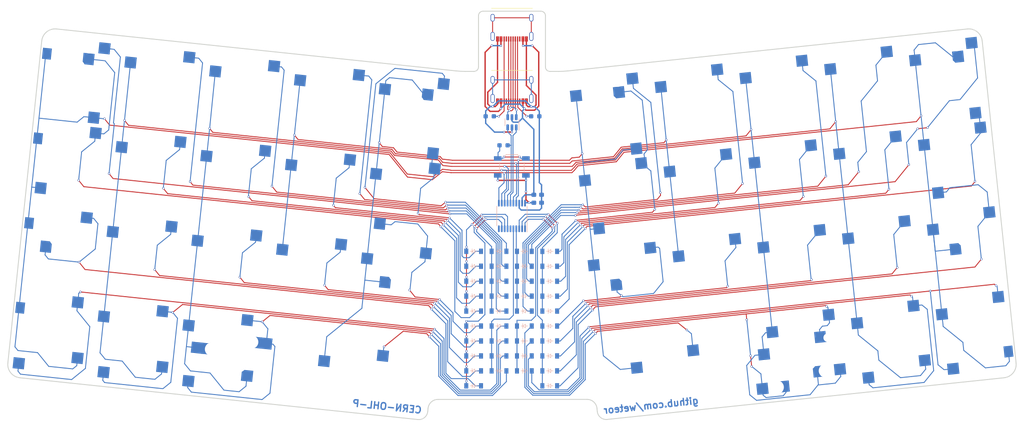
<source format=kicad_pcb>
(kicad_pcb (version 20221018) (generator pcbnew)
  (layers (0 "F.Cu" signal) (31 "B.Cu" signal) (34 "B.Paste" user) (35 "F.Paste" user) (36 "B.SilkS" user "B.Silkscreen") (37 "F.SilkS" user "F.Silkscreen") (38 "B.Mask" user) (39 "F.Mask" user) (44 "Edge.Cuts" user))
  (net 0 "")
  (net 1 "+3.3V")
  (net 2 "GND")
  (net 3 "VBUS")
  (net 4 "Row_2")
  (net 5 "Net-(D1-A)")
  (net 6 "Row_3")
  (net 7 "Net-(D2-A)")
  (net 8 "Row_4")
  (net 9 "Net-(D3-A)")
  (net 10 "Row_1")
  (net 11 "Net-(D4-A)")
  (net 12 "Net-(D5-A)")
  (net 13 "Net-(D6-A)")
  (net 14 "Net-(D7-A)")
  (net 15 "Net-(D8-A)")
  (net 16 "Net-(D9-A)")
  (net 17 "Net-(D10-A)")
  (net 18 "Net-(D11-A)")
  (net 19 "Net-(D12-A)")
  (net 20 "Net-(D13-A)")
  (net 21 "Net-(D14-A)")
  (net 22 "Net-(D15-A)")
  (net 23 "Net-(D16-A)")
  (net 24 "Net-(D17-A)")
  (net 25 "Net-(D18-A)")
  (net 26 "Row_5")
  (net 27 "Net-(D19-A)")
  (net 28 "Row_6")
  (net 29 "Net-(D20-A)")
  (net 30 "Row_7")
  (net 31 "Net-(D21-A)")
  (net 32 "Row_8")
  (net 33 "Net-(D22-A)")
  (net 34 "Net-(D23-A)")
  (net 35 "Net-(D24-A)")
  (net 36 "Net-(D25-A)")
  (net 37 "Net-(D26-A)")
  (net 38 "Net-(D27-A)")
  (net 39 "Net-(D28-A)")
  (net 40 "Net-(D29-A)")
  (net 41 "Net-(D30-A)")
  (net 42 "Net-(D31-A)")
  (net 43 "Net-(D32-A)")
  (net 44 "Net-(D33-A)")
  (net 45 "Net-(D34-A)")
  (net 46 "Net-(D35-A)")
  (net 47 "Net-(D36-A)")
  (net 48 "CC1")
  (net 49 "PORT+")
  (net 50 "PORT-")
  (net 52 "CC2")
  (net 54 "unconnected-(J1-SHIELD-PadS1)")
  (net 55 "UDP")
  (net 56 "BOOT")
  (net 57 "Col_1")
  (net 58 "Col_2")
  (net 59 "Col_3")
  (net 60 "Col_4")
  (net 61 "Col_5")
  (net 62 "UDM")
  (net 64 "Net-(D37-A)")
  (net 65 "Net-(D38-A)")
  (net 69 "unconnected-(J2-SHIELD-PadS1)")
  (footprint "weteor:CherryMX_Hotswap_3d" (layer "F.Cu") (at 84.33169 47.518358 -6)
    (fp_text reference "SW10" hide)
    (fp_text value "SW_Push" hide)
  )
  (footprint "weteor:CherryMX_Hotswap_1.25u" (layer "F.Cu") (at 207.457289 109.349127 6)
    (fp_text reference "SW38" hide)
    (fp_text value "SW_Push" hide)
  )
  (footprint "weteor:CherryMX_Hotswap_1.5u" (layer "F.Cu") (at 121.725158 56.237304 -96)
    (fp_text reference "SW48" hide)
    (fp_text value "SW_Push" hide)
  )
  (footprint "weteor:CherryMX_Hotswap_3d" (layer "F.Cu") (at 203.353874 47.526876 6)
    (fp_text reference "SW32" hide)
    (fp_text value "SW_Push" hide)
  )
  (footprint "weteor:CherryMX_Hotswap_3d" (layer "F.Cu") (at 101.286069 68.455263 -6)
    (fp_text reference "SW18" hide)
    (fp_text value "SW_Push" hide)
  )
  (footprint "weteor:CherryMX_Hotswap_3d" (layer "F.Cu") (at 99.294796 87.400907 -6)
    (fp_text reference "SW19" hide)
    (fp_text value "SW_Push" hide)
  )
  (footprint "weteor:CherryMX_Hotswap_3d" (layer "F.Cu") (at 63.394779 64.472733 -6)
    (fp_text reference "SW6" hide)
    (fp_text value "SW_Push" hide)
  )
  (footprint "weteor:CherryMX_Hotswap_3d" (layer "F.Cu") (at 224.290785 64.481246 6)
    (fp_text reference "SW40" hide)
    (fp_text value "SW_Push" hide)
  )
  (footprint "weteor:CherryMX_Hotswap_3d" (layer "F.Cu") (at 122.222977 51.500897 -6)
    (fp_text reference "SW20" hide)
    (fp_text value "SW_Push" hide)
  )
  (footprint "weteor:CherryMX_Hotswap_3d" (layer "F.Cu") (at 118.24044 89.392179 -6)
    (fp_text reference "SW22" hide)
    (fp_text value "SW_Push" hide)
  )
  (footprint "weteor:CherryMX_Hotswap_3d" (layer "F.Cu") (at 82.340423 66.463998 -6)
    (fp_text reference "SW11" hide)
    (fp_text value "SW_Push" hide)
  )
  (footprint "weteor:CherryMX_Hotswap_3d" (layer "F.Cu") (at 80.349159 85.409637 -6)
    (fp_text reference "SW12" hide)
    (fp_text value "SW_Push" hide)
  )
  (footprint "weteor:CherryMX_Hotswap_3d" (layer "F.Cu") (at 247.716776 105.117679 -174)
    (fp_text reference "SW47" hide)
    (fp_text value "SW_Push" hide)
  )
  (footprint "weteor:CherryMX_Hotswap_3d" (layer "F.Cu") (at 65.386052 45.527089 -6)
    (fp_text reference "SW5" hide)
    (fp_text value "SW_Push" hide)
  )
  (footprint "weteor:CherryMX_Hotswap_1.5u" (layer "F.Cu") (at 45.94259 48.272233 -96)
    (fp_text reference "SW52" hide)
    (fp_text value "SW_Push" hide)
  )
  (footprint "weteor:CherryMX_Hotswap_3d" (layer "F.Cu") (at 165.46259 51.509409 6)
    (fp_text reference "SW24" hide)
    (fp_text value "SW_Push" hide)
  )
  (footprint "weteor:CherryMX_Hotswap_1.5u" (layer "F.Cu") (at 118.738257 84.655765 84)
    (fp_text reference "SW49" hide)
    (fp_text value "SW_Push" hide)
  )
  (footprint "weteor:CherryMX_Hotswap_3d" (layer "F.Cu") (at 205.345144 66.472521 6)
    (fp_text reference "SW33" hide)
    (fp_text value "SW_Push" hide)
  )
  (footprint "weteor:CherryMX_Hotswap_3d" (layer "F.Cu") (at 42.457871 81.427106 -6)
    (fp_text reference "SW2" hide)
    (fp_text value "SW_Push" hide)
  )
  (footprint "weteor:CherryMX_Hotswap_3d" (layer "F.Cu") (at 120.23171 70.446531 -6)
    (fp_text reference "SW21" hide)
    (fp_text value "SW_Push" hide)
  )
  (footprint "weteor:CherryMX_Hotswap_1.75u_3d" (layer "F.Cu") (at 179.038825 112.336025 6)
    (fp_text reference "SW27" hide)
    (fp_text value "SW_Push" hide)
  )
  (footprint "weteor:CherryMX_Hotswap_3d" (layer "F.Cu") (at 228.273319 102.372542 6)
    (fp_text reference "SW42" hide)
    (fp_text value "SW_Push" hide)
  )
  (footprint "weteor:CherryMX_Hotswap_3d" (layer "F.Cu") (at 39.968788 105.109157 174)
    (fp_text reference "SW4" hide)
    (fp_text value "SW_Push" hide)
  )
  (footprint "weteor:CherryMX_Hotswap_3d" (layer "F.Cu") (at 169.445127 89.400694 6)
    (fp_text reference "SW26" hide)
    (fp_text value "SW_Push" hide)
  )
  (footprint "weteor:CherryMX_Hotswap_3d" (layer "F.Cu") (at 188.390769 87.409428 6)
    (fp_text reference "SW31" hide)
    (fp_text value "SW_Push" hide)
  )
  (footprint "weteor:CherryMX_Hotswap_3d" (layer "F.Cu") (at 82.596484 109.589516 -6)
    (fp_text reference "SW15" hide)
    (fp_text value "SW_Push" hide)
  )
  (footprint "weteor:CherryMX_Hotswap_3d" (layer "F.Cu") (at 243.236427 62.489983 6)
    (fp_text reference "SW44" hide)
    (fp_text value "SW_Push" hide)
  )
  (footprint "weteor:CherryMX_Hotswap_3d" (layer "F.Cu") (at 167.453855 70.45505 6)
    (fp_text reference "SW25" hide)
    (fp_text value "SW_Push" hide)
  )
  (footprint "weteor:CherryMX_Hotswap_1.5u" (layer "F.Cu") (at 42.95569 76.690701 84)
    (fp_text reference "SW53" hide)
    (fp_text value "SW_Push" hide)
  )
  (footprint "weteor:CherryMX_Hotswap_3d" (layer "F.Cu") (at 209.327675 104.363801 6)
    (fp_text reference "SW35" hide)
    (fp_text value "SW_Push" hide)
  )
  (footprint "weteor:USB C-31-M-12" (layer "F.Cu") (at 143.832245 35.931367 180)
    (fp_text reference "J2" hide)
    (fp_text value "USB_C_Receptacle_USB2.0")
  )
  (footprint "weteor:CherryMX_Hotswap_3d" (layer "F.Cu") (at 77.860072 109.091696 174)
    (fp_text reference "SW14" hide)
    (fp_text value "SW_Push" hide)
  )
  (footprint "weteor:CherryMX_Hotswap_3d" (layer "F.Cu") (at 61.403518 83.418377 -6)
    (fp_text reference "SW7" hide)
    (fp_text value "SW_Push" hide)
  )
  (footprint "weteor:CherryMX_Hotswap_3d" (layer "F.Cu") (at 58.914434 107.100431 174)
    (fp_text reference "SW9" hide)
    (fp_text value "SW_Push" hide)
  )
  (footprint "weteor:CherryMX_Hotswap_1.5u" (layer "F.Cu") (at 241.742977 48.280757 -84)
    (fp_text reference "SW54" hide)
    (fp_text value "SW_Push" hide)
  )
  (footprint "weteor:CherryMX_Hotswap_3d" (layer "F.Cu") (at 103.277331 49.509628 -6)
    (fp_text reference "SW17" hide)
    (fp_text value "SW_Push" hide)
  )
  (footprint "weteor:CherryMX_Hotswap_3d" (layer "F.Cu") (at 46.440406 43.535819 -6)
    (fp_text reference "SW56" hide)
    (fp_text value "SW_Push" hide)
  )
  (footprint "weteor:CherryMX_Hotswap_3d" (layer "F.Cu") (at 247.21896 100.38127 6)
    (fp_text reference "SW46" hide)
    (fp_text value "SW_Push" hide)
  )
  (footprint "weteor:CherryMX_Hotswap_3d" (layer "F.Cu") (at 186.399504 68.463792 6)
    (fp_text reference "SW30" hide)
    (fp_text value "SW_Push" hide)
  )
  (footprint "weteor:CherryMX_Hotswap_3d" (layer "F.Cu") (at 205.089083 109.598031 -174)
    (fp_text reference "SW37" hide)
    (fp_text value "SW_Push" hide)
  )
  (footprint "weteor:CherryMX_Hotswap_3d" (layer "F.Cu") (at 228.771135 107.108942 -174)
    (fp_text reference "SW43" hide)
    (fp_text value "SW_Push" hide)
  )
  (footprint "weteor:CherryMX_Hotswap_3d" (layer "F.Cu") (at 40.466606 100.372752 -6)
    (fp_text reference "SW3" hide)
    (fp_text value "SW_Push" hide)
  )
  (footprint "weteor:CherryMX_Hotswap_3d" (layer "F.Cu") (at 222.299516 45.535608 6)
    (fp_text reference "SW39" hide)
    (fp_text value "SW_Push" hide)
  )
  (footprint "weteor:CherryMX_Hotswap_1.5u" (layer "F.Cu") (at 168.947307 84.664285 96)
    (fp_text reference "SW51" hide)
    (fp_text value "SW_Push" hide)
  )
  (footprint "weteor:CherryMX_Hotswap_1.25u" (layer "F.Cu") (at 80.228276 109.340601 -6)
    (fp_text reference "SW16" hide)
    (fp_text value "SW_Push" hide)
  )
  (footprint "weteor:CherryMX_Hotswap_3d" (layer "F.Cu") (at 59.412246 102.364015 -6)
    (fp_text reference "SW8" hide)
    (fp_text value "SW_Push" hide)
  )
  (footprint "weteor:CherryMX_Hotswap_3d" (layer "F.Cu") (at 184.408232 49.518144 6)
    (fp_text reference "SW29" hide)
    (fp_text value "SW_Push" hide)
  )
  (footprint "weteor:CherryMX_Hotswap_3d" (layer "F.Cu") (at 207.336408 85.418162 6)
    (fp_text reference "SW34" hide)
    (fp_text value "SW_Push" hide)
  )
  (footprint "weteor:CherryMX_Hotswap_3d" (layer "F.Cu") (at 78.357891 104.355285 -6)
    (fp_text reference "SW13" hide)
    (fp_text value "SW_Push" hide)
  )
  (footprint "weteor:CherryMX_Hotswap_3d" (layer "F.Cu") (at 226.282048 83.426894 6)
    (fp_text reference "SW41" hide)
    (fp_text value "SW_Push" hide)
  )
  (footprint "weteor:USB C-31-M-12" (layer "F.Cu") (at 143.832245 49.828867 180)
    (fp_text reference "J1" hide)
    (fp_text value "USB_C_Receptacle_USB2.0")
  )
  (footprint "weteor:CherryMX_Hotswap_3d" (layer "F.Cu") (at 44.449141 62.481462 -6)
    (fp_text reference "SW1" hide)
    (fp_text value "SW_Push" hide)
  )
  (footprint "weteor:CherryMX_Hotswap_1.5u" (layer "F.Cu") (at 165.960406 56.245823 -84)
    (fp_text reference "SW50" hide)
    (fp_text value "SW_Push" hide)
  )
  (footprint "weteor:CherryMX_Hotswap_1.75u_3d" (layer "F.Cu") (at 108.646743 112.327502 -6)
    (fp_text reference "SW23" hide)
    (fp_text value "SW_Push" hide)
  )
  (footprint "weteor:CherryMX_Hotswap_3d" (layer "F.Cu") (at 209.825494 109.100211 -174)
    (fp_text reference "SW36" hide)
    (fp_text value "SW_Push" hide)
  )
  (footprint "weteor:CherryMX_Hotswap_1.5u" (layer "F.Cu") (at 244.729874 76.699213 96)
    (fp_text reference "SW55" hide)
    (fp_text value "SW_Push" hide)
  )
  (footprint "weteor:CherryMX_Hotswap_3d" (layer "F.Cu") (at 245.227689 81.43563 6)
    (fp_text reference "SW45" hide)
    (fp_text value "SW_Push" hide)
  )
  (footprint "weteor:CherryMX_Hotswap_3d" (layer "F.Cu") (at 241.245163 43.544342 6)
    (fp_text reference "SW57" hide)
    (fp_text value "SW_Push" hide)
  )
  (footprint "weteor:D_SOD-123" (layer "B.Cu") (at 152.273204 91.201591)
    (fp_text reference "D27" hide)
    (fp_text value "D")
  )
  (footprint "weteor:D_SOD-123" (layer "B.Cu") (at 146.603739 84.512701)
    (fp_text reference "D38" hide)
    (fp_text value "D")
  )
  (footprint "weteor:D_SOD-123" (layer "B.Cu") (at 135.270407 107.914315)
    (fp_text reference "D10" hide)
    (fp_text value "D")
  )
  (footprint "weteor:D_SOD-123" (layer "B.Cu") (at 140.937071 91.192093)
    (fp_text reference "D8" hide)
    (fp_text value "D")
  )
  (footprint "weteor:D_SOD-123" (layer "B.Cu") (at 146.603742 104.569868)
    (fp_text reference "D29" hide)
    (fp_text value "D")
  )
  (footprint "weteor:D_SOD-123" (layer "B.Cu") (at 146.603738 94.536535)
    (fp_text reference "D23" hide)
    (fp_text value "D")
  )
  (footprint "weteor:D_SOD-123" (layer "B.Cu") (at 152.273207 94.546035)
    (fp_text reference "D31" hide)
    (fp_text value "D")
  )
  (footprint "weteor:D_SOD-123" (layer "B.Cu") (at 146.603743 111.258757)
    (fp_text reference "D36" hide)
    (fp_text value "D")
  )
  (footprint "weteor:D_SOD-123" (layer "B.Cu") (at 140.937073 97.880977)
    (fp_text reference "D37" hide)
    (fp_text value "D")
  )
  (footprint "weteor:D_SOD-123" (layer "B.Cu") (at 135.270405 104.569874)
    (fp_text reference "D14" hide)
    (fp_text value "D")
  )
  (footprint "weteor:D_SOD-123" (layer "B.Cu") (at 135.268258 97.880981)
    (fp_text reference "D1" hide)
    (fp_text value "D")
  )
  (footprint "weteor:D_SOD-123" (layer "B.Cu") (at 140.937074 84.503203)
    (fp_text reference "D15" hide)
    (fp_text value "D")
  )
  (footprint "weteor:D_SOD-123" (layer "B.Cu") (at 152.270407 107.914313)
    (fp_text reference "D28" hide)
    (fp_text value "D")
  )
  (footprint "weteor:D_SOD-123" (layer "B.Cu") (at 135.270407 101.225428)
    (fp_text reference "D17" hide)
    (fp_text value "D")
  )
  (footprint "Button_Switch_SMD:SW_SPST_TL3342" (layer "B.Cu") (at 143.8 65.63 180)
    (fp_text reference "SW28" hide)
    (fp_text value "BOOT")
  )
  (footprint "weteor:D_SOD-123" (layer "B.Cu") (at 146.60374 101.225424)
    (fp_text reference "D22" hide)
    (fp_text value "D")
  )
  (footprint "weteor:D_SOD-123" (layer "B.Cu") (at 140.937076 87.847649)
    (fp_text reference "D12" hide)
    (fp_text value "D")
  )
  (footprint "weteor:D_SOD-123" (layer "B.Cu") (at 146.603739 97.880977)
    (fp_text reference "D19" hide)
    (fp_text value "D")
  )
  (footprint "weteor:C_0603_HandSolder" (layer "B.Cu") (at 149.581877 73.641365)
    (fp_text reference "C1" hide)
    (fp_text value "100nF")
  )
  (footprint "weteor:D_SOD-123" (layer "B.Cu") (at 152.273204 97.880981)
    (fp_text reference "D34" hide)
    (fp_text value "D")
  )
  (footprint "weteor:D_SOD-123" (layer "B.Cu") (at 152.273207 84.512702)
    (fp_text reference "D20" hide)
    (fp_text value "D")
  )
  (footprint "weteor:D_SOD-123" (layer "B.Cu") (at 152.270405 111.258754)
    (fp_text reference "D32" hide)
    (fp_text value "D")
  )
  (footprint "weteor:D_SOD-123" (layer "B.Cu") (at 152.270404 101.225423)
    (fp_text reference "D21" hide)
    (fp_text value "D")
  )
  (footprint "weteor:D_SOD-123" (layer "B.Cu") (at 140.937077 107.914313)
    (fp_text reference "D11" hide)
    (fp_text value "D")
  )
  (footprint "weteor:D_SOD-123" (layer "B.Cu") (at 146.603737 107.914312)
    (fp_text reference "D33" hide)
    (fp_text value "D")
  )
  (footprint "weteor:D_SOD-123" (layer "B.Cu") (at 135.270408 114.6032)
    (fp_text reference "D2" hide)
    (fp_text value "D")
  )
  (footprint "weteor:D_SOD-123" (layer "B.Cu") (at 146.603741 87.847648)
    (fp_text reference "D30" hide)
    (fp_text value "D")
  )
  (footprint "weteor:C_0603_HandSolder" (layer "B.Cu") (at 149.581876 71.861366)
    (fp_text reference "C2" hide)
    (fp_text value "100nF")
  )
  (footprint "weteor:D_SOD-123" (layer "B.Cu") (at 140.937068 101.225426)
    (fp_text reference "D3" hide)
    (fp_text value "D")
  )
  (footprint "weteor:D_SOD-123" (layer "B.Cu") (at 140.937073 104.56987)
    (fp_text reference "D7" hide)
    (fp_text value "D")
  )
  (footprint "weteor:R_0603_HandSolder" (layer "B.Cu") (at 149.035761 54.301367)
    (fp_text reference "R1" hide)
    (fp_text value "5.1k")
  )
  (footprint "weteor:D_SOD-123" (layer "B.Cu") (at 146.60374 91.192094)
    (fp_text reference "D26" hide)
    (fp_text value "D")
  )
  (footprint "weteor:D_SOD-123" (layer "B.Cu") (at 135.268258 94.536534)
    (fp_text reference "D5" hide)
    (fp_text value "D")
  )
  (footprint "weteor:R_0603_HandSolder" (layer "B.Cu") (at 141.958261 60.792121 180)
    (fp_text reference "R3" hide)
    (fp_text value "10k")
  )
  (footprint "weteor:D_SOD-123" (layer "B.Cu") (at 152.270405 114.603201)
    (fp_text reference "D35" hide)
    (fp_text value "D")
  )
  (footprint "weteor:D_SOD-123" (layer "B.Cu") (at 135.268258 91.192852)
    (fp_text reference "D9" hide)
    (fp_text value "D")
  )
  (footprint "weteor:R_0603_HandSolder" (layer "B.Cu") (at 138.868261 54.301367 180)
    (fp_text reference "R2" hide)
    (fp_text value "5.1k")
  )
  (footprint "weteor:D_SOD-123" (layer "B.Cu") (at 135.268259 87.848403)
    (fp_text reference "D13" hide)
    (fp_text value "D")
  )
  (footprint "weteor:D_SOD-123" (layer "B.Cu") (at 152.273205 87.857145)
    (fp_text reference "D24" hide)
    (fp_text value "D")
  )
  (footprint "weteor:D_SOD-123" (layer "B.Cu") (at 135.270407 111.258752)
    (fp_text reference "D6" hide)
    (fp_text value "D")
  )
  (footprint "weteor:D_SOD-123" (layer "B.Cu") (at 140.937073 111.258754)
    (fp_text reference "D18" hide)
    (fp_text value "D")
  )
  (footprint "weteor:D_SOD-123" (layer "B.Cu") (at 135.268258 84.50396)
    (fp_text reference "D16" hide)
    (fp_text value "D")
  )
  (footprint "Package_SO:TSSOP-20_4.4x6.5mm_P0.65mm" (layer "B.Cu") (at 143.825861 76.598866 90)
    (fp_text reference "U2" hide)
    (fp_text value "~")
  )
  (footprint "weteor:D_SOD-123" (layer "B.Cu") (at 140.937073 94.536534)
    (fp_text reference "D4" hide)
    (fp_text value "D")
  )
  (footprint "Package_TO_SOT_SMD:SOT-23-6" (layer "B.Cu") (at 143.832245 55.641366 90)
    (fp_text reference "U1" hide)
    (fp_text value "USBLC6-2SC6")
  )
  (footprint "weteor:D_SOD-123" (layer "B.Cu") (at 152.270404 104.569865)
    (fp_text reference "D25" hide)
    (fp_text value "D")
  )
  (gr_curve (pts (xy 41.441638 34.763194) (xy 41.643138 34.743495) (xy 41.845438 34.741694) (xy 42.049038 34.763195)) (stroke (width 0.2)) (layer "Edge.Cuts"))
  (gr_curve (pts (xy 136.060841 43.962402) (xy 136.248377 43.774865) (xy 136.353734 43.520511) (xy 136.353734 43.255295)) (stroke (width 0.2)) (layer "Edge.Cuts"))
  (gr_curve (pts (xy 127.292174 117.641917) (xy 126.155245 117.642156) (xy 125.201951 118.500683) (xy 125.083104 119.631383)) (stroke (width 0.2)) (layer "Edge.Cuts"))
  (gr_curve (pts (xy 136.353733 31.791367) (xy 136.353734 31.52615) (xy 136.459091 31.271797) (xy 136.646627 31.08426)) (stroke (width 0.2)) (layer "Edge.Cuts"))
  (gr_line (start 248.912334 37.434995) (end 256.486534 109.501395) (stroke (width 0.2)) (layer "Edge.Cuts"))
  (gr_curve (pts (xy 131.359214 44.150759) (xy 132.021773 44.220401) (xy 132.687525 44.255295) (xy 133.353734 44.255294)) (stroke (width 0.2)) (layer "Edge.Cuts"))
  (gr_curve (pts (xy 150.310734 30.791367) (xy 150.57595 30.791366) (xy 150.830304 30.896724) (xy 151.017841 31.08426)) (stroke (width 0.2)) (layer "Edge.Cuts"))
  (gr_line (start 42.049038 34.763195) (end 131.359214 44.150759) (stroke (width 0.2)) (layer "Edge.Cuts"))
  (gr_line (start 253.816635 112.796395) (end 165.097974 122.121039) (stroke (width 0.2)) (layer "Edge.Cuts"))
  (gr_line (start 136.353734 43.255295) (end 136.353733 31.791367) (stroke (width 0.2)) (layer "Edge.Cuts"))
  (gr_line (start 122.807694 122.146484) (end 33.847838 112.796394) (stroke (width 0.2)) (layer "Edge.Cuts"))
  (gr_line (start 137.353734 30.791366) (end 150.310734 30.791367) (stroke (width 0.2)) (layer "Edge.Cuts"))
  (gr_line (start 31.177938 109.501394) (end 38.752138 37.434995) (stroke (width 0.2)) (layer "Edge.Cuts"))
  (gr_curve (pts (xy 38.752138 37.434995) (xy 38.904038 35.990294) (xy 40.062338 34.897495) (xy 41.441638 34.763194)) (stroke (width 0.2)) (layer "Edge.Cuts"))
  (gr_line (start 133.353734 44.255294) (end 135.353734 44.255294) (stroke (width 0.2)) (layer "Edge.Cuts"))
  (gr_line (start 160.615374 117.634817) (end 127.292174 117.641917) (stroke (width 0.2)) (layer "Edge.Cuts"))
  (gr_curve (pts (xy 125.005804 120.366497) (xy 124.89034 121.465017) (xy 123.906214 122.261942) (xy 122.807694 122.146484)) (stroke (width 0.2)) (layer "Edge.Cuts"))
  (gr_curve (pts (xy 151.310734 43.255295) (xy 151.310734 43.520511) (xy 151.416091 43.774865) (xy 151.603627 43.962402)) (stroke (width 0.2)) (layer "Edge.Cuts"))
  (gr_curve (pts (xy 33.847838 112.796394) (xy 32.204638 112.623695) (xy 31.005238 111.144695) (xy 31.177938 109.501394)) (stroke (width 0.2)) (layer "Edge.Cuts"))
  (gr_curve (pts (xy 135.353734 44.255294) (xy 135.61895 44.255295) (xy 135.873304 44.149938) (xy 136.060841 43.962402)) (stroke (width 0.2)) (layer "Edge.Cuts"))
  (gr_curve (pts (xy 151.603627 43.962402) (xy 151.791164 44.149937) (xy 152.045518 44.255295) (xy 152.310734 44.255294)) (stroke (width 0.2)) (layer "Edge.Cuts"))
  (gr_curve (pts (xy 165.097974 122.121039) (xy 163.999454 122.236494) (xy 163.015328 121.439572) (xy 162.899854 120.341054)) (stroke (width 0.2)) (layer "Edge.Cuts"))
  (gr_curve (pts (xy 151.017841 31.08426) (xy 151.205377 31.271796) (xy 151.310734 31.52615) (xy 151.310734 31.791366)) (stroke (width 0.2)) (layer "Edge.Cuts"))
  (gr_curve (pts (xy 154.310734 44.255294) (xy 154.976943 44.255294) (xy 155.642695 44.220402) (xy 156.305254 44.150759)) (stroke (width 0.2)) (layer "Edge.Cuts"))
  (gr_line (start 156.305254 44.150759) (end 245.615434 34.763195) (stroke (width 0.2)) (layer "Edge.Cuts"))
  (gr_curve (pts (xy 245.615434 34.763195) (xy 247.258034 34.590495) (xy 248.739634 35.792395) (xy 248.912334 37.434995)) (stroke (width 0.2)) (layer "Edge.Cuts"))
  (gr_curve (pts (xy 136.646627 31.08426) (xy 136.834164 30.896724) (xy 137.088518 30.791367) (xy 137.353734 30.791366)) (stroke (width 0.2)) (layer "Edge.Cuts"))
  (gr_line (start 125.083104 119.631383) (end 125.005804 120.366497) (stroke (width 0.2)) (layer "Edge.Cuts"))
  (gr_line (start 151.310734 31.791366) (end 151.310734 43.255295) (stroke (width 0.2)) (layer "Edge.Cuts"))
  (gr_line (start 162.899854 120.341054) (end 162.824454 119.623436) (stroke (width 0.2)) (layer "Edge.Cuts"))
  (gr_curve (pts (xy 256.486534 109.501395) (xy 256.659234 111.144695) (xy 255.459834 112.623695) (xy 253.816635 112.796395)) (stroke (width 0.2)) (layer "Edge.Cuts"))
  (gr_line (start 152.310734 44.255294) (end 154.310734 44.255294) (stroke (width 0.2)) (layer "Edge.Cuts"))
  (gr_curve (pts (xy 162.824454 119.623436) (xy 162.705611 118.49286) (xy 161.752179 117.634579) (xy 160.615374 117.634817)) (stroke (width 0.2)) (layer "Edge.Cuts"))
  (gr_text "github.com/weteor" (at 185.740861 118.741367 6) (layer "B.Cu") (effects (font (size 1.5 1.5) (thickness 0.3) bold) (justify left bottom mirror)))
  (gr_text "CERN-OHL-P" (at 123.720861 120.971367 -6) (layer "B.Cu") (effects (font (size 1.5 1.5) (thickness 0.3) bold) (justify left bottom mirror)))
  (segment (start 146.961879 72.941359) (end 147.661877 73.641356) (width 0.3) (layer "F.Cu") (net 1))
  (segment (start 146.961879 71.161862) (end 146.961879 72.941359) (width 0.3) (layer "F.Cu") (net 1))
  (segment (start 146.930861 68.631366) (end 146.960861 68.601367) (width 0.3) (layer "F.Cu") (net 1))
  (segment (start 140.670861 68.631367) (end 146.930861 68.631366) (width 0.3) (layer "F.Cu") (net 1))
  (via (at 147.661877 73.641356) (size 0.5) (drill 0.3) (layers "F.Cu" "B.Cu") (net 1))
  (via (at 146.961879 71.161862) (size 0.5) (drill 0.3) (layers "F.Cu" "B.Cu") (net 1))
  (via (at 146.960861 68.601367) (size 0.5) (drill 0.3) (layers "F.Cu" "B.Cu") (net 1))
  (via (at 140.670861 68.631367) (size 0.5) (drill 0.3) (layers "F.Cu" "B.Cu") (net 1))
  (segment (start 147.661877 73.641356) (end 146.84586 73.641357) (width 0.3) (layer "B.Cu") (net 1))
  (segment (start 146.960861 67.562754) (end 146.982248 67.541367) (width 0.3) (layer "B.Cu") (net 1))
  (segment (start 140.682248 67.541366) (end 140.682248 68.61998) (width 0.3) (layer "B.Cu") (net 1))
  (segment (start 146.84586 73.641357) (end 146.750861 73.73636) (width 0.3) (layer "B.Cu") (net 1))
  (segment (start 146.961879 68.602385) (end 146.960861 68.601367) (width 0.3) (layer "B.Cu") (net 1))
  (segment (start 146.960861 68.601367) (end 146.960861 67.562754) (width 0.3) (layer "B.Cu") (net 1))
  (segment (start 146.961879 71.161862) (end 146.961879 68.602385) (width 0.3) (layer "B.Cu") (net 1))
  (segment (start 148.719378 73.641356) (end 147.661877 73.641356) (width 0.3) (layer "B.Cu") (net 1))
  (segment (start 140.682248 68.61998) (end 140.670861 68.631367) (width 0.3) (layer "B.Cu") (net 1))
  (segment (start 147.057245 47.407751) (end 148.528361 48.878866) (width 0.3) (layer "F.Cu") (net 2))
  (segment (start 139.530861 52.101367) (end 139.540861 52.111367) (width 0.3) (layer "F.Cu") (net 2))
  (segment (start 140.607245 51.604983) (end 140.607245 50.898867) (width 0.3) (layer "F.Cu") (net 2))
  (segment (start 142.085127 57.8271) (end 142.070861 57.841366) (width 0.3) (layer "F.Cu") (net 2))
  (segment (start 147.057245 51.777751) (end 147.057245 50.898866) (width 0.3) (layer "F.Cu") (net 2))
  (segment (start 140.607245 37.003867) (end 140.607245 46.721659) (width 0.3) (layer "F.Cu") (net 2))
  (segment (start 138.430861 48.898043) (end 138.430861 51.551366) (width 0.3) (layer "F.Cu") (net 2))
  (segment (start 147.430861 52.151366) (end 147.057245 51.777751) (width 0.3) (layer "F.Cu") (net 2))
  (segment (start 140.607245 46.721659) (end 138.430861 48.898043) (width 0.3) (layer "F.Cu") (net 2))
  (segment (start 149.210861 51.771366) (end 148.830861 52.151366) (width 0.3) (layer "F.Cu") (net 2))
  (segment (start 143.815127 57.8271) (end 142.085127 57.8271) (width 0.3) (layer "F.Cu") (net 2))
  (segment (start 138.430861 51.551366) (end 138.990861 52.111367) (width 0.3) (layer "F.Cu") (net 2))
  (segment (start 148.830861 52.151366) (end 148.140861 52.151367) (width 0.3) (layer "F.Cu") (net 2))
  (segment (start 147.057245 37.001367) (end 147.057245 47.407751) (width 0.3) (layer "F.Cu") (net 2))
  (segment (start 138.990861 52.111367) (end 139.520861 52.111367) (width 0.3) (layer "F.Cu") (net 2))
  (segment (start 139.520861 52.111367) (end 139.530861 52.101367) (width 0.3) (layer "F.Cu") (net 2))
  (segment (start 148.528361 48.878866) (end 148.530038 48.878866) (width 0.3) (layer "F.Cu") (net 2))
  (segment (start 148.530038 48.878866) (end 149.210861 49.55969) (width 0.3) (layer "F.Cu") (net 2))
  (segment (start 148.140861 52.151367) (end 147.430861 52.151366) (width 0.3) (layer "F.Cu") (net 2))
  (segment (start 149.210861 49.55969) (end 149.210861 51.771366) (width 0.3) (layer "F.Cu") (net 2))
  (segment (start 140.100861 52.111367) (end 140.607245 51.604983) (width 0.3) (layer "F.Cu") (net 2))
  (segment (start 139.540861 52.111367) (end 140.100861 52.111367) (width 0.3) (layer "F.Cu") (net 2))
  (via (at 139.530861 52.101367) (size 0.5) (drill 0.3) (layers "F.Cu" "B.Cu") (net 2))
  (via (at 148.140861 52.151367) (size 0.5) (drill 0.3) (layers "F.Cu" "B.Cu") (net 2))
  (via (at 143.815127 57.8271) (size 0.5) (drill 0.3) (layers "F.Cu" "B.Cu") (net 2))
  (via (at 142.070861 57.841366) (size 0.5) (drill 0.3) (layers "F.Cu" "B.Cu") (net 2))
  (segment (start 148.140861 52.151367) (end 146.850861 50.861367) (width 0.3) (layer "B.Cu") (net 2))
  (segment (start 137.955761 55.856266) (end 137.955761 54.301367) (width 0.3) (layer "B.Cu") (net 2))
  (segment (start 143.832245 56.778865) (end 143.832245 57.809983) (width 0.3) (layer "B.Cu") (net 2))
  (segment (start 150.005609 75.276519) (end 150.444378 74.837757) (width 0.3) (layer "B.Cu") (net 2))
  (segment (start 149.948261 53.168767) (end 149.948261 54.301366) (width 0.3) (layer "B.Cu") (net 2))
  (segment (start 150.444376 69.644882) (end 149.948261 69.148767) (width 0.3) (layer "B.Cu") (net 2))
  (segment (start 137.955761 53.106467) (end 137.955761 54.301367) (width 0.3) (layer "B.Cu") (net 2))
  (segment (start 150.444378 74.837757) (end 150.444375 73.64136) (width 0.3) (layer "B.Cu") (net 2))
  (segment (start 148.140861 52.151367) (end 148.930861 52.151367) (width 0.3) (layer "B.Cu") (net 2))
  (segment (start 150.444376 71.861366) (end 150.444376 69.644882) (width 0.3) (layer "B.Cu") (net 2))
  (segment (start 142.070861 57.841366) (end 139.940861 57.841367) (width 0.3) (layer "B.Cu") (net 2))
  (segment (start 138.960861 52.101366) (end 137.955761 53.106467) (width 0.3) (layer "B.Cu") (net 2))
  (segment (start 150.444374 73.641359) (end 150.444378 71.861364) (width 0.3) (layer "B.Cu") (net 2))
  (segment (start 148.930861 52.151367) (end 149.948261 53.168767) (width 0.3) (layer "B.Cu") (net 2))
  (segment (start 145.450861 74.821769) (end 145.905615 75.276516) (width 0.3) (layer "B.Cu") (net 2))
  (segment (start 143.832245 57.809983) (end 143.815127 57.8271) (width 0.3) (layer "B.Cu") (net 2))
  (segment (start 145.905615 75.276516) (end 150.005609 75.276519) (width 0.3) (layer "B.Cu") (net 2))
  (segment (start 149.948261 54.301366) (end 149.948261 69.148767) (width 0.3) (layer "B.Cu") (net 2))
  (segment (start 140.797537 50.861366) (end 139.557537 52.101367) (width 0.3) (layer "B.Cu") (net 2))
  (segment (start 139.530861 52.101367) (end 138.960861 52.101366) (width 0.3) (layer "B.Cu") (net 2))
  (segment (start 139.557537 52.101367) (end 139.530861 52.101367) (width 0.3) (layer "B.Cu") (net 2))
  (segment (start 145.450861 73.73636) (end 145.450861 74.821769) (width 0.3) (layer "B.Cu") (net 2))
  (segment (start 139.940861 57.841367) (end 137.955761 55.856266) (width 0.3) (layer "B.Cu") (net 2))
  (segment (start 146.850861 50.861367) (end 140.797537 50.861366) (width 0.3) (layer "B.Cu") (net 2))
  (segment (start 141.370861 38.516367) (end 141.370861 37.015251) (width 0.3) (layer "F.Cu") (net 3))
  (segment (start 149.810861 39.956367) (end 148.360861 38.506367) (width 0.3) (layer "F.Cu") (net 3))
  (segment (start 146.282245 50.898867) (end 146.282245 52.26275) (width 0.3) (layer "F.Cu") (net 3))
  (segment (start 149.810861 52.019895) (end 149.810861 39.956367) (width 0.3) (layer "F.Cu") (net 3))
  (segment (start 137.830861 52.091366) (end 137.830861 39.996367) (width 0.3) (layer "F.Cu") (net 3))
  (segment (start 146.282245 37.003867) (end 146.282245 38.477751) (width 0.3) (layer "F.Cu") (net 3))
  (segment (start 141.370861 37.015251) (end 141.382245 37.003866) (width 0.3) (layer "F.Cu") (net 3))
  (segment (start 146.282245 52.26275) (end 146.620861 52.601366) (width 0.3) (layer "F.Cu") (net 3))
  (segment (start 146.282245 38.477751) (end 146.310861 38.506367) (width 0.3) (layer "F.Cu") (net 3))
  (segment (start 141.382245 50.898866) (end 141.382245 52.539983) (width 0.3) (layer "F.Cu") (net 3))
  (segment (start 141.382245 52.602751) (end 141.382245 52.629983) (width 0.3) (layer "F.Cu") (net 3))
  (segment (start 146.650861 52.631367) (end 146.960861 52.941367) (width 0.3) (layer "F.Cu") (net 3))
  (segment (start 137.830861 39.996367) (end 139.330861 38.496366) (width 0.3) (layer "F.Cu") (net 3))
  (segment (start 140.810861 53.201367) (end 138.940861 53.201367) (width 0.3) (layer "F.Cu") (net 3))
  (segment (start 138.940861 53.201367) (end 137.830861 52.091366) (width 0.3) (layer "F.Cu") (net 3))
  (segment (start 146.620861 52.601366) (end 146.650861 52.601366) (width 0.3) (layer "F.Cu") (net 3))
  (segment (start 146.960861 52.941367) (end 148.889389 52.941367) (width 0.3) (layer "F.Cu") (net 3))
  (segment (start 141.350861 52.571367) (end 141.382245 52.602751) (width 0.3) (layer "F.Cu") (net 3))
  (segment (start 148.889389 52.941367) (end 149.810861 52.019895) (width 0.3) (layer "F.Cu") (net 3))
  (segment (start 141.382245 52.539983) (end 141.350861 52.571367) (width 0.3) (layer "F.Cu") (net 3))
  (segment (start 141.382245 52.629983) (end 140.810861 53.201367) (width 0.3) (layer "F.Cu") (net 3))
  (segment (start 146.650861 52.601366) (end 146.650861 52.631367) (width 0.3) (layer "F.Cu") (net 3))
  (via (at 146.650861 52.601366) (size 0.5) (drill 0.3) (layers "F.Cu" "B.Cu") (net 3))
  (via (at 148.360861 38.506367) (size 0.5) (drill 0.3) (layers "F.Cu" "B.Cu") (net 3))
  (via (at 139.330861 38.496366) (size 0.5) (drill 0.3) (layers "F.Cu" "B.Cu") (net 3))
  (via (at 141.370861 38.516367) (size 0.5) (drill 0.3) (layers "F.Cu" "B.Cu") (net 3))
  (via (at 146.310861 38.506367) (size 0.5) (drill 0.3) (layers "F.Cu" "B.Cu") (net 3))
  (via (at 141.350861 52.571367) (size 0.5) (drill 0.3) (layers "F.Cu" "B.Cu") (net 3))
  (segment (start 142.340861 51.581367) (end 145.630861 51.581367) (width 0.3) (layer "B.Cu") (net 3))
  (segment (start 146.761879 71.861363) (end 148.719377 71.861356) (width 0.3) (layer "B.Cu") (net 3))
  (segment (start 146.650861 52.601366) (end 146.190861 53.061367) (width 0.3) (layer "B.Cu") (net 3))
  (segment (start 146.190861 54.701366) (end 145.270861 55.621367) (width 0.3) (layer "B.Cu") (net 3))
  (segment (start 141.350861 52.571367) (end 142.340861 51.581367) (width 0.3) (layer "B.Cu") (net 3))
  (segment (start 146.10086 73.736356) (end 146.100861 72.522375) (width 0.3) (layer "B.Cu") (net 3))
  (segment (start 148.719376 57.229881) (end 146.190861 54.701366) (width 0.3) (layer "B.Cu") (net 3))
  (segment (start 144.140861 55.621367) (end 143.832245 55.312751) (width 0.3) (layer "B.Cu") (net 3))
  (segment (start 146.100861 72.522375) (end 146.761879 71.861363) (width 0.3) (layer "B.Cu") (net 3))
  (segment (start 148.719376 71.861365) (end 148.719376 57.229881) (width 0.3) (layer "B.Cu") (net 3))
  (segment (start 146.190861 53.061367) (end 146.190861 54.701366) (width 0.3) (layer "B.Cu") (net 3))
  (segment (start 143.832245 55.312751) (end 143.832245 54.503866) (width 0.3) (layer "B.Cu") (net 3))
  (segment (start 145.270861 55.621367) (end 144.140861 55.621367) (width 0.3) (layer "B.Cu") (net 3))
  (segment (start 145.630861 51.581367) (end 146.650861 52.601366) (width 0.3) (layer "B.Cu") (net 3))
  (segment (start 141.350861 38.496367) (end 141.370861 38.516367) (width 0.3) (layer "B.Cu") (net 3))
  (segment (start 139.330861 38.496366) (end 141.350861 38.496367) (width 0.3) (layer "B.Cu") (net 3))
  (segment (start 146.310861 38.506367) (end 148.360861 38.506367) (width 0.3) (layer "B.Cu") (net 3))
  (segment (start 137.02633 76.377407) (end 136.999552 76.377407) (width 0.2) (layer "F.Cu") (net 4))
  (segment (start 136.999552 76.377407) (end 134.905516 78.471443) (width 0.2) (layer "F.Cu") (net 4))
  (segment (start 133.668258 96.843957) (end 133.66826 83.543961) (width 0.2) (layer "F.Cu") (net 4))
  (segment (start 133.568259 96.943957) (end 133.668258 96.843957) (width 0.2) (layer "F.Cu") (net 4))
  (via (at 133.66826 93.443957) (size 0.5) (drill 0.3) (layers "F.Cu" "B.Cu") (net 4))
  (via (at 137.02633 76.377407) (size 0.5) (drill 0.3) (layers "F.Cu" "B.Cu") (net 4))
  (via (at 134.905516 78.471443) (size 0.5) (drill 0.3) (layers "F.Cu" "B.Cu") (net 4))
  (via (at 133.66826 83.543961) (size 0.5) (drill 0.3) (layers "F.Cu" "B.Cu") (net 4))
  (via (at 133.668259 90.243957) (size 0.5) (drill 0.3) (layers "F.Cu" "B.Cu") (net 4))
  (via (at 133.66826 86.74396) (size 0.5) (drill 0.3) (layers "F.Cu" "B.Cu") (net 4))
  (via (at 133.568259 96.943957) (size 0.5) (drill 0.3) (layers "F.Cu" "B.Cu") (net 4))
  (segment (start 133.620404 93.491816) (end 133.620402 94.536534) (width 0.2) (layer "B.Cu") (net 4))
  (segment (start 133.66826 79.7087) (end 133.66826 83.543961) (width 0.2) (layer "B.Cu") (net 4))
  (segment (start 137.02633 76.377407) (end 137.152371 76.251367) (width 0.2) (layer "B.Cu") (net 4))
  (segment (start 134.905516 78.471443) (end 133.66826 79.7087) (width 0.2) (layer "B.Cu") (net 4))
  (segment (start 133.66826 83.543961) (end 133.66826 84.455348) (width 0.2) (layer "B.Cu") (net 4))
  (segment (start 142.850861 76.751366) (end 142.850861 79.461367) (width 0.2) (layer "B.Cu") (net 4))
  (segment (start 133.66826 86.74396) (end 133.66826 87.799792) (width 0.2) (layer "B.Cu") (net 4))
  (segment (start 137.152371 76.251367) (end 142.350861 76.251367) (width 0.2) (layer "B.Cu") (net 4))
  (segment (start 133.66826 93.443957) (end 133.620404 93.491816) (width 0.2) (layer "B.Cu") (net 4))
  (segment (start 133.620409 96.996109) (end 133.62041 97.880981) (width 0.2) (layer "B.Cu") (net 4))
  (segment (start 133.66826 91.144235) (end 133.620406 91.192094) (width 0.2) (layer "B.Cu") (net 4))
  (segment (start 133.668259 90.243957) (end 133.66826 91.144235) (width 0.2) (layer "B.Cu") (net 4))
  (segment (start 133.66826 84.455348) (end 133.620408 84.503204) (width 0.2) (layer "B.Cu") (net 4))
  (segment (start 133.66826 87.799792) (end 133.620408 87.84765) (width 0.2) (layer "B.Cu") (net 4))
  (segment (start 142.350861 76.251367) (end 142.850861 76.751366) (width 0.2) (layer "B.Cu") (net 4))
  (segment (start 133.568259 96.943957) (end 133.620409 96.996109) (width 0.2) (layer "B.Cu") (net 4))
  (segment (start 127.41904 78.380029) (end 127.946563 79.031464) (width 0.2) (layer "F.Cu") (net 5))
  (segment (start 48.156422 70.049189) (end 127.41904 78.380029) (width 0.2) (layer "F.Cu") (net 5))
  (segment (start 46.999431 68.620423) (end 48.156422 70.049189) (width 0.2) (layer "F.Cu") (net 5))
  (via (at 46.999431 68.620423) (size 0.5) (drill 0.3) (layers "F.Cu" "B.Cu") (net 5))
  (via (at 127.946563 79.031464) (size 0.5) (drill 0.3) (layers "F.Cu" "B.Cu") (net 5))
  (segment (start 53.71319 57.360521) (end 52.634751 58.233827) (width 0.2) (layer "B.Cu") (net 5))
  (segment (start 49.209259 41.491544) (end 52.915605 41.881102) (width 0.2) (layer "B.Cu") (net 5))
  (segment (start 52.634751 58.233827) (end 50.790143 58.039949) (width 0.2) (layer "B.Cu") (net 5))
  (segment (start 50.790143 58.039949) (end 50.596267 59.884555) (width 0.2) (layer "B.Cu") (net 5))
  (segment (start 131.05826 82.143168) (end 127.946563 79.031464) (width 0.2) (layer "B.Cu") (net 5))
  (segment (start 134.36826 99.343959) (end 132.468262 99.343962) (width 0.2) (layer "B.Cu") (net 5))
  (segment (start 132.468262 99.343962) (end 131.058258 97.933959) (width 0.2) (layer "B.Cu") (net 5))
  (segment (start 55.061607 44.531191) (end 53.71319 57.360521) (width 0.2) (layer "B.Cu") (net 5))
  (segment (start 131.058258 97.933959) (end 131.05826 82.143168) (width 0.2) (layer "B.Cu") (net 5))
  (segment (start 135.831239 97.880976) (end 134.36826 99.343959) (width 0.2) (layer "B.Cu") (net 5))
  (segment (start 136.920409 97.880978) (end 135.831239 97.880976) (width 0.2) (layer "B.Cu") (net 5))
  (segment (start 47.66841 62.25549) (end 46.999431 68.620423) (width 0.2) (layer "B.Cu") (net 5))
  (segment (start 50.596267 59.884555) (end 47.66841 62.25549) (width 0.2) (layer "B.Cu") (net 5))
  (segment (start 52.915605 41.881102) (end 55.061607 44.531191) (width 0.2) (layer "B.Cu") (net 5))
  (segment (start 133.668262 100.143963) (end 133.668261 113.543962) (width 0.2) (layer "F.Cu") (net 6))
  (segment (start 137.49402 76.87203) (end 135.408844 78.957206) (width 0.2) (layer "F.Cu") (net 6))
  (segment (start 137.520953 76.872029) (end 137.49402 76.87203) (width 0.2) (layer "F.Cu") (net 6))
  (via (at 133.668261 113.543962) (size 0.5) (drill 0.3) (layers "F.Cu" "B.Cu") (net 6))
  (via (at 137.520953 76.872029) (size 0.5) (drill 0.3) (layers "F.Cu" "B.Cu") (net 6))
  (via (at 133.668259 103.543961) (size 0.5) (drill 0.3) (layers "F.Cu" "B.Cu") (net 6))
  (via (at 133.66826 106.843957) (size 0.5) (drill 0.3) (layers "F.Cu" "B.Cu") (net 6))
  (via (at 133.668261 110.243961) (size 0.5) (drill 0.3) (layers "F.Cu" "B.Cu") (net 6))
  (via (at 135.408844 78.957206) (size 0.5) (drill 0.3) (layers "F.Cu" "B.Cu") (net 6))
  (via (at 133.668262 100.143963) (size 0.5) (drill 0.3) (layers "F.Cu" "B.Cu") (net 6))
  (segment (start 133.620405 107.914313) (end 133.620405 106.891815) (width 0.2) (layer "B.Cu") (net 6))
  (segment (start 133.620405 106.891815) (end 133.66826 106.843957) (width 0.2) (layer "B.Cu") (net 6))
  (segment (start 135.390861 80.271367) (end 137.77826 82.658766) (width 0.2) (layer "B.Cu") (net 6))
  (segment (start 133.620407 103.591811) (end 133.668259 103.543961) (width 0.2) (layer "B.Cu") (net 6))
  (segment (start 133.620409 113.591813) (end 133.668261 113.543962) (width 0.2) (layer "B.Cu") (net 6))
  (segment (start 133.620405 101.225418) (end 133.620406 100.19181) (width 0.2) (layer "B.Cu") (net 6))
  (segment (start 133.620406 104.569866) (end 133.620407 103.591811) (width 0.2) (layer "B.Cu") (net 6))
  (segment (start 133.62041 110.291813) (end 133.668261 110.243961) (width 0.2) (layer "B.Cu") (net 6))
  (segment (start 135.408844 78.957206) (end 135.408844 79.165566) (width 0.2) (layer "B.Cu") (net 6))
  (segment (start 137.77826 82.658766) (end 137.77826 98.670974) (width 0.2) (layer "B.Cu") (net 6))
  (segment (start 133.620406 100.19181) (end 133.668262 100.143963) (width 0.2) (layer "B.Cu") (net 6))
  (segment (start 135.390861 79.183549) (end 135.390861 80.271367) (width 0.2) (layer "B.Cu") (net 6))
  (segment (start 142.200861 77.411366) (end 142.200861 79.461366) (width 0.2) (layer "B.Cu") (net 6))
  (segment (start 133.620408 111.258756) (end 133.62041 110.291813) (width 0.2) (layer "B.Cu") (net 6))
  (segment (start 137.520953 76.872029) (end 137.601616 76.791367) (width 0.2) (layer "B.Cu") (net 6))
  (segment (start 141.580861 76.791366) (end 142.200861 77.411366) (width 0.2) (layer "B.Cu") (net 6))
  (segment (start 137.77826 98.670974) (end 136.305276 100.143958) (width 0.2) (layer "B.Cu") (net 6))
  (segment (start 135.408844 79.165566) (end 135.390861 79.183549) (width 0.2) (layer "B.Cu") (net 6))
  (segment (start 133.620408 114.603202) (end 133.620409 113.591813) (width 0.2) (layer "B.Cu") (net 6))
  (segment (start 136.305276 100.143958) (end 133.668262 100.143963) (width 0.2) (layer "B.Cu") (net 6))
  (segment (start 137.601616 76.791367) (end 141.580861 76.791366) (width 0.2) (layer "B.Cu") (net 6))
  (segment (start 125.22627 96.650914) (end 125.856512 97.429199) (width 0.2) (layer "F.Cu") (net 7))
  (segment (start 47.086056 86.929782) (end 48.421046 88.578355) (width 0.2) (layer "F.Cu") (net 7))
  (segment (start 48.421046 88.578355) (end 125.22627 96.650914) (width 0.2) (layer "F.Cu") (net 7))
  (via (at 125.856512 97.429199) (size 0.5) (drill 0.3) (layers "F.Cu" "B.Cu") (net 7))
  (via (at 47.086056 86.929782) (size 0.5) (drill 0.3) (layers "F.Cu" "B.Cu") (net 7))
  (segment (start 135.639018 114.603205) (end 134.029776 112.993963) (width 0.2) (layer "B.Cu") (net 7))
  (segment (start 125.856515 97.504832) (end 125.856512 97.429199) (width 0.2) (layer "B.Cu") (net 7))
  (segment (start 50.357549 77.149419) (end 48.798874 76.985588) (width 0.2) (layer "B.Cu") (net 7))
  (segment (start 134.029776 112.993963) (end 130.258263 112.993962) (width 0.2) (layer "B.Cu") (net 7))
  (segment (start 129.05826 111.793959) (end 129.05826 100.706578) (width 0.2) (layer "B.Cu") (net 7))
  (segment (start 50.71292 83.992801) (end 51.308734 78.324027) (width 0.2) (layer "B.Cu") (net 7))
  (segment (start 39.689022 83.471382) (end 39.495828 85.309499) (width 0.2) (layer "B.Cu") (net 7))
  (segment (start 40.223852 86.208534) (end 47.086056 86.929782) (width 0.2) (layer "B.Cu") (net 7))
  (segment (start 47.086056 86.929782) (end 50.71292 83.992801) (width 0.2) (layer "B.Cu") (net 7))
  (segment (start 39.495828 85.309499) (end 40.223852 86.208534) (width 0.2) (layer "B.Cu") (net 7))
  (segment (start 136.920406 114.6032) (end 135.639018 114.603205) (width 0.2) (layer "B.Cu") (net 7))
  (segment (start 129.05826 100.706578) (end 125.856515 97.504832) (width 0.2) (layer "B.Cu") (net 7))
  (segment (start 130.258263 112.993962) (end 129.05826 111.793959) (width 0.2) (layer "B.Cu") (net 7))
  (segment (start 51.308734 78.324027) (end 50.357549 77.149419) (width 0.2) (layer "B.Cu") (net 7))
  (segment (start 144.150861 79.461367) (end 144.150861 98.805407) (width 0.2) (layer "B.Cu") (net 8))
  (segment (start 143.272306 99.683961) (end 139.838259 99.683959) (width 0.2) (layer "B.Cu") (net 8))
  (segment (start 139.838259 99.683959) (end 139.28707 100.235149) (width 0.2) (layer "B.Cu") (net 8))
  (segment (start 139.28707 100.235149) (end 139.287073 101.225425) (width 0.2) (layer "B.Cu") (net 8))
  (segment (start 144.150861 98.805407) (end 143.272306 99.683961) (width 0.2) (layer "B.Cu") (net 8))
  (segment (start 139.287073 101.225425) (end 139.287074 111.258752) (width 0.2) (layer "B.Cu") (net 8))
  (segment (start 47.390691 93.598154) (end 126.554631 101.918618) (width 0.2) (layer "F.Cu") (net 9))
  (via (at 126.554631 101.918618) (size 0.5) (drill 0.3) (layers "F.Cu" "B.Cu") (net 9))
  (via (at 47.390691 93.598154) (size 0.5) (drill 0.3) (layers "F.Cu" "B.Cu") (net 9))
  (segment (start 45.430934 113.200687) (end 33.993928 111.99861) (width 0.2) (layer "B.Cu") (net 9))
  (segment (start 132.27174 115.573122) (end 128.658259 111.959642) (width 0.2) (layer "B.Cu") (net 9))
  (segment (start 128.658257 104.022247) (end 126.554631 101.918618) (width 0.2) (layer "B.Cu") (net 9))
  (segment (start 46.807607 95.931231) (end 46.610807 97.803658) (width 0.2) (layer "B.Cu") (net 9))
  (segment (start 140.438262 114.113958) (end 138.979098 115.573124) (width 0.2) (layer "B.Cu") (net 9))
  (segment (start 46.807607 95.931231) (end 47.021394 93.897204) (width 0.2) (layer "B.Cu") (net 9))
  (segment (start 49.490837 101.3602) (end 48.508275 110.708708) (width 0.2) (layer "B.Cu") (net 9))
  (segment (start 140.438261 102.143961) (end 140.438262 114.113958) (width 0.2) (layer "B.Cu") (net 9))
  (segment (start 33.993928 111.99861) (end 33.442121 111.317181) (width 0.2) (layer "B.Cu") (net 9))
  (segment (start 47.021394 93.897204) (end 47.390691 93.598154) (width 0.2) (layer "B.Cu") (net 9))
  (segment (start 141.356797 101.225425) (end 140.438261 102.143961) (width 0.2) (layer "B.Cu") (net 9))
  (segment (start 138.979098 115.573124) (end 132.27174 115.573122) (width 0.2) (layer "B.Cu") (net 9))
  (segment (start 128.658259 111.959642) (end 128.658257 104.022247) (width 0.2) (layer "B.Cu") (net 9))
  (segment (start 48.508275 110.708708) (end 45.430934 113.200687) (width 0.2) (layer "B.Cu") (net 9))
  (segment (start 33.442121 111.317181) (end 33.627786 109.550678) (width 0.2) (layer "B.Cu") (net 9))
  (segment (start 46.610807 97.803658) (end 49.490837 101.3602) (width 0.2) (layer "B.Cu") (net 9))
  (segment (start 142.58707 101.225426) (end 141.356797 101.225425) (width 0.2) (layer "B.Cu") (net 9))
  (segment (start 135.940861 79.401367) (end 135.940861 79.411366) (width 0.2) (layer "F.Cu") (net 10))
  (segment (start 137.975575 77.366653) (end 135.940861 79.401367) (width 0.2) (layer "F.Cu") (net 10))
  (segment (start 138.015575 77.366653) (end 137.975575 77.366653) (width 0.2) (layer "F.Cu") (net 10))
  (via (at 138.015575 77.366653) (size 0.5) (drill 0.3) (layers "F.Cu" "B.Cu") (net 10))
  (via (at 135.940861 79.411366) (size 0.5) (drill 0.3) (layers "F.Cu" "B.Cu") (net 10))
  (segment (start 135.940861 80.121367) (end 139.287074 83.467579) (width 0.2) (layer "B.Cu") (net 10))
  (segment (start 140.806147 77.366653) (end 141.550861 78.111367) (width 0.2) (layer "B.Cu") (net 10))
  (segment (start 135.940861 79.411366) (end 135.940861 80.121367) (width 0.2) (layer "B.Cu") (net 10))
  (segment (start 139.287077 97.880981) (end 139.287074 84.503204) (width 0.2) (layer "B.Cu") (net 10))
  (segment (start 138.015575 77.366653) (end 140.806147 77.366653) (width 0.2) (layer "B.Cu") (net 10))
  (segment (start 141.550861 78.111367) (end 141.550861 79.461367) (width 0.2) (layer "B.Cu") (net 10))
  (segment (start 139.287074 83.467579) (end 139.287074 84.503203) (width 0.2) (layer "B.Cu") (net 10))
  (segment (start 129.474817 75.680123) (end 129.722823 75.479295) (width 0.2) (layer "F.Cu") (net 11))
  (segment (start 126.131715 75.328751) (end 129.474817 75.680123) (width 0.2) (layer "F.Cu") (net 11))
  (segment (start 72.526984 69.694665) (end 126.032262 75.318296) (width 0.2) (layer "F.Cu") (net 11))
  (segment (start 126.032262 75.318296) (end 126.131715 75.328751) (width 0.2) (layer "F.Cu") (net 11))
  (segment (start 71.903989 68.925331) (end 72.526984 69.694665) (width 0.2) (layer "F.Cu") (net 11))
  (via (at 129.722823 75.479295) (size 0.5) (drill 0.3) (layers "F.Cu" "B.Cu") (net 11))
  (via (at 71.903989 68.925331) (size 0.5) (drill 0.3) (layers "F.Cu" "B.Cu") (net 11))
  (segment (start 140.72826 82.553504) (end 133.654049 75.479294) (width 0.2) (layer "B.Cu") (net 11))
  (segment (start 140.728258 93.773961) (end 140.72826 82.553504) (width 0.2) (layer "B.Cu") (net 11))
  (segment (start 133.654049 75.479294) (end 129.722823 75.479295) (width 0.2) (layer "B.Cu") (net 11))
  (segment (start 73.832712 41.306889) (end 74.694899 42.371602) (width 0.2) (layer "B.Cu") (net 11))
  (segment (start 71.727051 41.085573) (end 73.832712 41.306889) (width 0.2) (layer "B.Cu") (net 11))
  (segment (start 141.490834 94.536535) (end 140.728258 93.773961) (width 0.2) (layer "B.Cu") (net 11))
  (segment (start 142.587073 94.536534) (end 141.490834 94.536535) (width 0.2) (layer "B.Cu") (net 11))
  (segment (start 74.694899 42.371602) (end 71.903989 68.925331) (width 0.2) (layer "B.Cu") (net 11))
  (segment (start 65.916253 70.407562) (end 66.895245 71.616516) (width 0.2) (layer "F.Cu") (net 12))
  (segment (start 128.04615 78.043736) (end 128.506604 78.612346) (width 0.2) (layer "F.Cu") (net 12))
  (segment (start 66.895245 71.616516) (end 128.04615 78.043736) (width 0.2) (layer "F.Cu") (net 12))
  (via (at 65.916253 70.407562) (size 0.5) (drill 0.3) (layers "F.Cu" "B.Cu") (net 12))
  (via (at 128.506604 78.612346) (size 0.5) (drill 0.3) (layers "F.Cu" "B.Cu") (net 12))
  (segment (start 132.66826 96.143961) (end 131.45826 94.93396) (width 0.2) (layer "B.Cu") (net 12))
  (segment (start 131.45826 81.596579) (end 128.506604 78.644922) (width 0.2) (layer "B.Cu") (net 12))
  (segment (start 69.554972 61.751507) (end 66.572168 64.166937) (width 0.2) (layer "B.Cu") (net 12))
  (segment (start 134.268258 96.14396) (end 132.66826 96.143961) (width 0.2) (layer "B.Cu") (net 12))
  (segment (start 69.735781 60.031221) (end 69.554972 61.751507) (width 0.2) (layer "B.Cu") (net 12))
  (segment (start 131.45826 94.93396) (end 131.45826 81.596579) (width 0.2) (layer "B.Cu") (net 12))
  (segment (start 136.920404 94.536534) (end 135.875684 94.536534) (width 0.2) (layer "B.Cu") (net 12))
  (segment (start 66.572168 64.166937) (end 65.916253 70.407562) (width 0.2) (layer "B.Cu") (net 12))
  (segment (start 135.875684 94.536534) (end 134.268258 96.14396) (width 0.2) (layer "B.Cu") (net 12))
  (segment (start 128.506604 78.644922) (end 128.506604 78.612346) (width 0.2) (layer "B.Cu") (net 12))
  (segment (start 125.847097 96.313964) (end 126.343844 96.927387) (width 0.2) (layer "F.Cu") (net 13))
  (segment (start 65.071374 89.926173) (end 125.847097 96.313964) (width 0.2) (layer "F.Cu") (net 13))
  (segment (start 64.003382 88.607311) (end 65.071374 89.926173) (width 0.2) (layer "F.Cu") (net 13))
  (via (at 126.343844 96.927387) (size 0.5) (drill 0.3) (layers "F.Cu" "B.Cu") (net 13))
  (via (at 64.003382 88.607311) (size 0.5) (drill 0.3) (layers "F.Cu" "B.Cu") (net 13))
  (segment (start 135.693466 111.258754) (end 136.920406 111.258754) (width 0.2) (layer "B.Cu") (net 13))
  (segment (start 67.744519 78.976864) (end 67.561094 80.722015) (width 0.2) (layer "B.Cu") (net 13))
  (segment (start 64.57829 83.137447) (end 64.003382 88.607311) (width 0.2) (layer "B.Cu") (net 13))
  (segment (start 126.343844 96.927387) (end 129.458259 100.041803) (width 0.2) (layer "B.Cu") (net 13))
  (segment (start 132.757422 112.503122) (end 134.449096 112.503124) (width 0.2) (layer "B.Cu") (net 13))
  (segment (start 129.458258 109.203959) (end 132.757422 112.503122) (width 0.2) (layer "B.Cu") (net 13))
  (segment (start 129.458259 100.041803) (end 129.458258 109.203959) (width 0.2) (layer "B.Cu") (net 13))
  (segment (start 67.561094 80.722015) (end 64.57829 83.137447) (width 0.2) (layer "B.Cu") (net 13))
  (segment (start 134.449096 112.503124) (end 135.693466 111.258754) (width 0.2) (layer "B.Cu") (net 13))
  (segment (start 70.222883 96.400116) (end 125.97729 102.260148) (width 0.2) (layer "F.Cu") (net 14))
  (segment (start 68.024779 98.180103) (end 70.222883 96.400116) (width 0.2) (layer "F.Cu") (net 14))
  (segment (start 125.97729 102.260148) (end 126.178117 102.508146) (width 0.2) (layer "F.Cu") (net 14))
  (via (at 68.024779 98.180103) (size 0.5) (drill 0.3) (layers "F.Cu" "B.Cu") (net 14))
  (via (at 126.178117 102.508146) (size 0.5) (drill 0.3) (layers "F.Cu" "B.Cu") (net 14))
  (segment (start 132.106053 115.973123) (end 128.258259 112.125327) (width 0.2) (layer "B.Cu") (net 14))
  (segment (start 69.092775 99.498971) (end 68.024779 98.180103) (width 0.2) (layer "B.Cu") (net 14))
  (segment (start 142.587074 104.569866) (end 141.632352 104.569866) (width 0.2) (layer "B.Cu") (net 14))
  (segment (start 140.838261 105.36396) (end 140.838262 114.279644) (width 0.2) (layer "B.Cu") (net 14))
  (segment (start 68.008092 98.159494) (end 65.753247 97.922497) (width 0.2) (layer "B.Cu") (net 14))
  (segment (start 141.632352 104.569866) (end 140.838261 105.36396) (width 0.2) (layer "B.Cu") (net 14))
  (segment (start 67.587563 113.820083) (end 69.092775 99.498971) (width 0.2) (layer "B.Cu") (net 14))
  (segment (start 52.800845 113.874743) (end 65.829083 115.244073) (width 0.2) (layer "B.Cu") (net 14))
  (segment (start 128.258259 112.125327) (end 128.258259 104.588282) (width 0.2) (layer "B.Cu") (net 14))
  (segment (start 65.829083 115.244073) (end 67.587563 113.820083) (width 0.2) (layer "B.Cu") (net 14))
  (segment (start 52.382534 113.358178) (end 52.800845 113.874743) (width 0.2) (layer "B.Cu") (net 14))
  (segment (start 126.178117 102.508146) (end 128.221742 104.551766) (width 0.2) (layer "B.Cu") (net 14))
  (segment (start 140.838262 114.279644) (end 139.144783 115.973123) (width 0.2) (layer "B.Cu") (net 14))
  (segment (start 139.144783 115.973123) (end 132.106053 115.973123) (width 0.2) (layer "B.Cu") (net 14))
  (segment (start 52.573432 111.541943) (end 52.382534 113.358178) (width 0.2) (layer "B.Cu") (net 14))
  (segment (start 128.258259 104.588282) (end 128.221742 104.551766) (width 0.2) (layer "B.Cu") (net 14))
  (segment (start 68.024779 98.180103) (end 68.008092 98.159494) (width 0.2) (layer "B.Cu") (net 14))
  (segment (start 128.981097 75.226028) (end 129.47711 74.824367) (width 0.2) (layer "F.Cu") (net 15))
  (segment (start 90.197813 69.943132) (end 91.265806 71.261998) (width 0.2) (layer "F.Cu") (net 15))
  (segment (start 91.265806 71.261998) (end 128.981097 75.226028) (width 0.2) (layer "F.Cu") (net 15))
  (via (at 129.47711 74.824367) (size 0.5) (drill 0.3) (layers "F.Cu" "B.Cu") (net 15))
  (via (at 90.197813 69.943132) (size 0.5) (drill 0.3) (layers "F.Cu" "B.Cu") (net 15))
  (segment (start 133.564807 74.824368) (end 129.47711 74.824367) (width 0.2) (layer "B.Cu") (net 15))
  (segment (start 90.672692 43.076846) (end 92.330821 43.251121) (width 0.2) (layer "B.Cu") (net 15))
  (segment (start 92.926008 43.986109) (end 90.197813 69.943132) (width 0.2) (layer "B.Cu") (net 15))
  (segment (start 141.12826 90.71396) (end 141.128261 82.387819) (width 0.2) (layer "B.Cu") (net 15))
  (segment (start 141.128261 82.387819) (end 133.564807 74.824368) (width 0.2) (layer "B.Cu") (net 15))
  (segment (start 92.330821 43.251121) (end 92.926008 43.986109) (width 0.2) (layer "B.Cu") (net 15))
  (segment (start 142.587071 91.192091) (end 141.606393 91.192094) (width 0.2) (layer "B.Cu") (net 15))
  (segment (start 141.606393 91.192094) (end 141.12826 90.71396) (width 0.2) (layer "B.Cu") (net 15))
  (segment (start 85.021527 72.315054) (end 85.73352 73.194292) (width 0.2) (layer "F.Cu") (net 16))
  (segment (start 128.668511 77.706944) (end 129.000844 78.117341) (width 0.2) (layer "F.Cu") (net 16))
  (segment (start 85.73352 73.194292) (end 128.668511 77.706944) (width 0.2) (layer "F.Cu") (net 16))
  (via (at 129.000844 78.117341) (size 0.5) (drill 0.3) (layers "F.Cu" "B.Cu") (net 16))
  (via (at 85.021527 72.315054) (size 0.5) (drill 0.3) (layers "F.Cu" "B.Cu") (net 16))
  (segment (start 84.932526 72.205151) (end 85.021527 72.315054) (width 0.2) (layer "B.Cu") (net 16))
  (segment (start 136.920405 91.192092) (end 135.920127 91.19209) (width 0.2) (layer "B.Cu") (net 16))
  (segment (start 88.508456 63.668186) (end 85.580603 66.039117) (width 0.2) (layer "B.Cu") (net 16))
  (segment (start 88.681428 62.022484) (end 88.508456 63.668186) (width 0.2) (layer "B.Cu") (net 16))
  (segment (start 135.920127 91.19209) (end 134.66826 92.443957) (width 0.2) (layer "B.Cu") (net 16))
  (segment (start 131.858261 91.433959) (end 131.858263 80.974757) (width 0.2) (layer "B.Cu") (net 16))
  (segment (start 85.580603 66.039117) (end 84.932526 72.205151) (width 0.2) (layer "B.Cu") (net 16))
  (segment (start 132.868261 92.443958) (end 131.858261 91.433959) (width 0.2) (layer "B.Cu") (net 16))
  (segment (start 131.858263 80.974757) (end 129.000844 78.117341) (width 0.2) (layer "B.Cu") (net 16))
  (segment (start 134.66826 92.443957) (end 132.868261 92.443958) (width 0.2) (layer "B.Cu") (net 16))
  (segment (start 126.544437 96.135373) (end 126.411388 95.971071) (width 0.2) (layer "F.Cu") (net 17))
  (segment (start 126.411388 95.971071) (end 84.009103 91.514411) (width 0.2) (layer "F.Cu") (net 17))
  (segment (start 84.009103 91.514411) (end 83.030108 90.305455) (width 0.2) (layer "F.Cu") (net 17))
  (via (at 83.030108 90.305455) (size 0.5) (drill 0.3) (layers "F.Cu" "B.Cu") (net 17))
  (via (at 126.544437 96.135373) (size 0.5) (drill 0.3) (layers "F.Cu" "B.Cu") (net 17))
  (segment (start 129.858259 100.15) (end 129.858259 106.043955) (width 0.2) (layer "B.Cu") (net 17))
  (segment (start 129.858259 100.15) (end 129.858258 99.449194) (width 0.2) (layer "B.Cu") (net 17))
  (segment (start 129.858259 106.043955) (end 133.188261 109.373961) (width 0.2) (layer "B.Cu") (net 17))
  (segment (start 129.858259 99.452633) (end 129.858259 100.15) (width 0.2) (layer "B.Cu") (net 17))
  (segment (start 129.858258 99.449194) (end 126.544437 96.135373) (width 0.2) (layer "B.Cu") (net 17))
  (segment (start 133.188261 109.373961) (end 133.998261 109.373961) (width 0.2) (layer "B.Cu") (net 17))
  (segment (start 83.605015 84.835578) (end 83.030108 90.305455) (width 0.2) (layer "B.Cu") (net 17))
  (segment (start 133.998261 109.373961) (end 135.457905 107.914315) (width 0.2) (layer "B.Cu") (net 17))
  (segment (start 86.532868 82.464655) (end 83.605015 84.835578) (width 0.2) (layer "B.Cu") (net 17))
  (segment (start 135.457905 107.914315) (end 136.920407 107.914315) (width 0.2) (layer "B.Cu") (net 17))
  (segment (start 86.690158 80.968121) (end 86.532868 82.464655) (width 0.2) (layer "B.Cu") (net 17))
  (segment (start 125.399946 102.601662) (end 125.801609 103.097672) (width 0.2) (layer "F.Cu") (net 18))
  (segment (start 89.773151 98.857143) (end 125.399946 102.601662) (width 0.2) (layer "F.Cu") (net 18))
  (segment (start 88.014672 100.281126) (end 89.773151 98.857143) (width 0.2) (layer "F.Cu") (net 18))
  (via (at 88.014672 100.281126) (size 0.5) (drill 0.3) (layers "F.Cu" "B.Cu") (net 18))
  (via (at 125.801609 103.097672) (size 0.5) (drill 0.3) (layers "F.Cu" "B.Cu") (net 18))
  (segment (start 88.937484 105.147994) (end 89.284236 101.848911) (width 0.2) (layer "B.Cu") (net 18))
  (segment (start 139.310466 116.373123) (end 131.940368 116.373124) (width 0.2) (layer "B.Cu") (net 18))
  (segment (start 89.284236 101.848911) (end 88.014672 100.281126) (width 0.2) (layer "B.Cu") (net 18))
  (segment (start 88.014672 100.281126) (end 87.997982 100.260515) (width 0.2) (layer "B.Cu") (net 18))
  (segment (start 141.238261 114.445333) (end 139.310466 116.373123) (width 0.2) (layer "B.Cu") (net 18))
  (segment (start 131.940368 116.373124) (end 127.858259 112.291012) (width 0.2) (layer "B.Cu") (net 18))
  (segment (start 141.238259 108.473957) (end 141.238261 114.445333) (width 0.2) (layer "B.Cu") (net 18))
  (segment (start 88.937484 105.147994) (end 90.446435 105.306589) (width 0.2) (layer "B.Cu") (net 18))
  (segment (start 89.754949 116.250518) (end 87.996467 117.674506) (width 0.2) (layer "B.Cu") (net 18))
  (segment (start 127.858258 105.154326) (end 125.801609 103.097672) (width 0.2) (layer "B.Cu") (net 18))
  (segment (start 72.18357 116.012502) (end 71.364762 115.001359) (width 0.2) (layer "B.Cu") (net 18))
  (segment (start 87.996467 117.674506) (end 72.18357 116.012502) (width 0.2) (layer "B.Cu") (net 18))
  (segment (start 90.852497 105.808038) (end 89.754949 116.250518) (width 0.2) (layer "B.Cu") (net 18))
  (segment (start 71.364762 115.001359) (end 71.519069 113.533211) (width 0.2) (layer "B.Cu") (net 18))
  (segment (start 90.446435 105.306589) (end 90.852497 105.808038) (width 0.2) (layer "B.Cu") (net 18))
  (segment (start 87.997982 100.260515) (end 84.698893 99.913773) (width 0.2) (layer "B.Cu") (net 18))
  (segment (start 142.587077 107.914312) (end 141.797907 107.914311) (width 0.2) (layer "B.Cu") (net 18))
  (segment (start 141.797907 107.914311) (end 141.238259 108.473957) (width 0.2) (layer "B.Cu") (net 18))
  (segment (start 127.858259 112.291012) (end 127.858258 105.154326) (width 0.2) (layer "B.Cu") (net 18))
  (segment (start 110.8997 72.923393) (end 128.487378 74.771939) (width 0.2) (layer "F.Cu") (net 19))
  (segment (start 109.831708 71.604534) (end 110.8997 72.923393) (width 0.2) (layer "F.Cu") (net 19))
  (segment (start 128.487378 74.771939) (end 129.231394 74.169441) (width 0.2) (layer "F.Cu") (net 19))
  (via (at 129.231394 74.169441) (size 0.5) (drill 0.3) (layers "F.Cu" "B.Cu") (net 19))
  (via (at 109.831708 71.604534) (size 0.5) (drill 0.3) (layers "F.Cu" "B.Cu") (net 19))
  (segment (start 142.587076 87.84765) (end 141.937076 87.84765) (width 0.2) (layer "B.Cu") (net 19))
  (segment (start 141.52826 82.222133) (end 133.475568 74.169441) (width 0.2) (layer "B.Cu") (net 19))
  (segment (start 112.507637 46.144774) (end 109.831708 71.604534) (width 0.2) (layer "B.Cu") (net 19))
  (segment (start 133.475568 74.169441) (end 129.231394 74.169441) (width 0.2) (layer "B.Cu") (net 19))
  (segment (start 141.52826 87.438832) (end 141.52826 82.222133) (width 0.2) (layer "B.Cu") (net 19))
  (segment (start 111.823452 45.299874) (end 112.507637 46.144774) (width 0.2) (layer "B.Cu") (net 19))
  (segment (start 109.618332 45.068108) (end 111.823452 45.299874) (width 0.2) (layer "B.Cu") (net 19))
  (segment (start 141.937076 87.84765) (end 141.52826 87.438832) (width 0.2) (layer "B.Cu") (net 19))
  (segment (start 129.286505 77.369693) (end 129.47693 77.604856) (width 0.2) (layer "F.Cu") (net 20))
  (segment (start 104.372891 74.751169) (end 129.286505 77.369693) (width 0.2) (layer "F.Cu") (net 20))
  (segment (start 103.927893 74.201647) (end 104.372891 74.751169) (width 0.2) (layer "F.Cu") (net 20))
  (via (at 129.47693 77.604856) (size 0.5) (drill 0.3) (layers "F.Cu" "B.Cu") (net 20))
  (via (at 103.927893 74.201647) (size 0.5) (drill 0.3) (layers "F.Cu" "B.Cu") (net 20))
  (segment (start 135.764572 87.847645) (end 134.168261 89.443962) (width 0.2) (layer "B.Cu") (net 20))
  (segment (start 132.25826 88.833959) (end 132.258259 80.386187) (width 0.2) (layer "B.Cu") (net 20))
  (segment (start 107.438418 65.808631) (end 107.627067 64.013746) (width 0.2) (layer "B.Cu") (net 20))
  (segment (start 134.168261 89.443962) (end 132.868261 89.443962) (width 0.2) (layer "B.Cu") (net 20))
  (segment (start 132.258259 80.386187) (end 129.47693 77.604856) (width 0.2) (layer "B.Cu") (net 20))
  (segment (start 136.920406 87.847649) (end 135.764572 87.847645) (width 0.2) (layer "B.Cu") (net 20))
  (segment (start 132.868261 89.443962) (end 132.25826 88.833959) (width 0.2) (layer "B.Cu") (net 20))
  (segment (start 104.565519 68.135066) (end 107.438418 65.808631) (width 0.2) (layer "B.Cu") (net 20))
  (segment (start 103.927893 74.201647) (end 104.565519 68.135066) (width 0.2) (layer "B.Cu") (net 20))
  (segment (start 102.747923 93.081729) (end 127.064825 95.637541) (width 0.2) (layer "F.Cu") (net 21))
  (segment (start 101.94693 92.092585) (end 102.747923 93.081729) (width 0.2) (layer "F.Cu") (net 21))
  (segment (start 127.064825 95.637541) (end 127.255249 95.872694) (width 0.2) (layer "F.Cu") (net 21))
  (via (at 101.94693 92.092585) (size 0.5) (drill 0.3) (layers "F.Cu" "B.Cu") (net 21))
  (via (at 127.255249 95.872694) (size 0.5) (drill 0.3) (layers "F.Cu" "B.Cu") (net 21))
  (segment (start 127.255249 95.872694) (end 130.258257 98.875704) (width 0.2) (layer "B.Cu") (net 21))
  (segment (start 133.208258 105.903959) (end 134.438257 105.90396) (width 0.2) (layer "B.Cu") (net 21))
  (segment (start 130.258257 98.875704) (end 130.25826 102.953961) (width 0.2) (layer "B.Cu") (net 21))
  (segment (start 102.469571 87.119975) (end 105.452376 84.704548) (width 0.2) (layer "B.Cu") (net 21))
  (segment (start 130.25826 102.953961) (end 133.208258 105.903959) (width 0.2) (layer "B.Cu") (net 21))
  (segment (start 105.452376 84.704548) (end 105.6358 82.95939) (width 0.2) (layer "B.Cu") (net 21))
  (segment (start 134.438257 105.90396) (end 135.772349 104.569874) (width 0.2) (layer "B.Cu") (net 21))
  (segment (start 101.94693 92.092585) (end 102.469571 87.119975) (width 0.2) (layer "B.Cu") (net 21))
  (segment (start 135.772349 104.569874) (end 136.920406 104.569874) (width 0.2) (layer "B.Cu") (net 21))
  (segment (start 127.993659 74.31784) (end 128.985682 73.514519) (width 0.2) (layer "F.Cu") (net 22))
  (segment (start 110.983022 70.217278) (end 113.030006 72.745101) (width 0.2) (layer "F.Cu") (net 22))
  (segment (start 113.030006 72.745101) (end 127.993659 74.31784) (width 0.2) (layer "F.Cu") (net 22))
  (via (at 128.985682 73.514519) (size 0.5) (drill 0.3) (layers "F.Cu" "B.Cu") (net 22))
  (via (at 110.983022 70.217278) (size 0.5) (drill 0.3) (layers "F.Cu" "B.Cu") (net 22))
  (segment (start 117.688154 43.57219) (end 113.420287 47.028248) (width 0.2) (layer "B.Cu") (net 22))
  (segment (start 128.246763 44.681953) (end 117.688154 43.57219) (width 0.2) (layer "B.Cu") (net 22))
  (segment (start 142.587075 84.503201) (end 142.587072 82.715263) (width 0.2) (layer "B.Cu") (net 22))
  (segment (start 142.587072 82.715263) (end 133.386331 73.514519) (width 0.2) (layer "B.Cu") (net 22))
  (segment (start 128.563979 47.05938) (end 128.748706 45.301797) (width 0.2) (layer "B.Cu") (net 22))
  (segment (start 128.748706 45.301797) (end 128.246763 44.681953) (width 0.2) (layer "B.Cu") (net 22))
  (segment (start 113.420287 47.028248) (end 110.983022 70.217278) (width 0.2) (layer "B.Cu") (net 22))
  (segment (start 133.386331 73.514519) (end 128.985682 73.514519) (width 0.2) (layer "B.Cu") (net 22))
  (segment (start 123.111712 76.318496) (end 129.874462 77.02929) (width 0.2) (layer "F.Cu") (net 23))
  (segment (start 122.844716 75.988784) (end 123.111712 76.318496) (width 0.2) (layer "F.Cu") (net 23))
  (via (at 129.874462 77.02929) (size 0.5) (drill 0.3) (layers "F.Cu" "B.Cu") (net 23))
  (via (at 122.844716 75.988784) (size 0.5) (drill 0.3) (layers "F.Cu" "B.Cu") (net 23))
  (segment (start 132.668261 79.823087) (end 129.874462 77.02929) (width 0.2) (layer "B.Cu") (net 23))
  (segment (start 136.920406 84.5032) (end 135.709015 84.503204) (width 0.2) (layer "B.Cu") (net 23))
  (segment (start 133.06826 85.943957) (end 132.66826 85.543958) (width 0.2) (layer "B.Cu") (net 23))
  (segment (start 134.268262 85.943958) (end 133.06826 85.943957) (width 0.2) (layer "B.Cu") (net 23))
  (segment (start 126.357928 68.048528) (end 126.572711 66.005018) (width 0.2) (layer "B.Cu") (net 23))
  (segment (start 123.430076 70.419457) (end 126.357928 68.048528) (width 0.2) (layer "B.Cu") (net 23))
  (segment (start 132.66826 85.543958) (end 132.668261 79.823087) (width 0.2) (layer "B.Cu") (net 23))
  (segment (start 122.844716 75.988784) (end 123.430076 70.419457) (width 0.2) (layer "B.Cu") (net 23))
  (segment (start 135.709015 84.503204) (end 134.268262 85.943958) (width 0.2) (layer "B.Cu") (net 23))
  (segment (start 126.166672 62.578302) (end 125.894529 65.167537) (width 0.2) (layer "B.Cu") (net 23))
  (segment (start 125.894529 65.167537) (end 126.572711 66.005018) (width 0.2) (layer "B.Cu") (net 23))
  (segment (start 120.936919 93.183557) (end 122.18291 94.72223) (width 0.2) (layer "F.Cu") (net 24))
  (segment (start 122.18291 94.72223) (end 127.652785 95.297133) (width 0.2) (layer "F.Cu") (net 24))
  (via (at 127.652785 95.297133) (size 0.5) (drill 0.3) (layers "F.Cu" "B.Cu") (net 24))
  (via (at 120.936919 93.183557) (size 0.5) (drill 0.3) (layers "F.Cu" "B.Cu") (net 24))
  (segment (start 133.188261 102.703961) (end 134.39826 102.703959) (width 0.2) (layer "B.Cu") (net 24))
  (segment (start 121.046826 93.094556) (end 120.936919 93.183557) (width 0.2) (layer "B.Cu") (net 24))
  (segment (start 135.876793 101.225426) (end 136.920405 101.225428) (width 0.2) (layer "B.Cu") (net 24))
  (segment (start 116.834034 78.581449) (end 117.720689 77.863449) (width 0.2) (layer "B.Cu") (net 24))
  (segment (start 130.65826 100.17396) (end 133.188261 102.703961) (width 0.2) (layer "B.Cu") (net 24))
  (segment (start 122.79275 78.396536) (end 117.720689 77.863449) (width 0.2) (layer "B.Cu") (net 24))
  (segment (start 134.39826 102.703959) (end 135.876793 101.225426) (width 0.2) (layer "B.Cu") (net 24))
  (segment (start 124.38234 86.844999) (end 121.454487 89.215923) (width 0.2) (layer "B.Cu") (net 24))
  (segment (start 124.581444 84.950655) (end 124.38234 86.844999) (width 0.2) (layer "B.Cu") (net 24))
  (segment (start 127.652785 95.297133) (end 130.658261 98.302609) (width 0.2) (layer "B.Cu") (net 24))
  (segment (start 124.581444 84.950655) (end 124.98568 81.104586) (width 0.2) (layer "B.Cu") (net 24))
  (segment (start 130.658261 98.302609) (end 130.65826 100.17396) (width 0.2) (layer "B.Cu") (net 24))
  (segment (start 114.296739 78.31476) (end 116.834034 78.581449) (width 0.2) (layer "B.Cu") (net 24))
  (segment (start 121.454487 89.215923) (end 121.046826 93.094556) (width 0.2) (layer "B.Cu") (net 24))
  (segment (start 124.98568 81.104586) (end 122.79275 78.396536) (width 0.2) (layer "B.Cu") (net 24))
  (segment (start 119.542297 102.388202) (end 121.517991 102.595856) (width 0.2) (layer "F.Cu") (net 25))
  (segment (start 115.241248 105.871123) (end 119.542297 102.388202) (width 0.2) (layer "F.Cu") (net 25))
  (segment (start 124.79572 102.940359) (end 125.366877 103.645679) (width 0.2) (layer "F.Cu") (net 25))
  (segment (start 121.517991 102.595856) (end 124.79572 102.940359) (width 0.2) (layer "F.Cu") (net 25))
  (via (at 125.366877 103.645679) (size 0.5) (drill 0.3) (layers "F.Cu" "B.Cu") (net 25))
  (via (at 115.241248 105.871123) (size 0.5) (drill 0.3) (layers "F.Cu" "B.Cu") (net 25))
  (segment (start 142.587073 111.258754) (end 142.587073 113.662206) (width 0.2) (layer "B.Cu") (net 25))
  (segment (start 125.366877 103.645679) (end 125.387557 103.647853) (width 0.2) (layer "B.Cu") (net 25))
  (segment (start 127.458258 105.73706) (end 125.366877 103.645679) (width 0.2) (layer "B.Cu") (net 25))
  (segment (start 114.987745 107.885986) (end 115.195633 105.908061) (width 0.2) (layer "B.Cu") (net 25))
  (segment (start 115.195633 105.908061) (end 115.241248 105.871123) (width 0.2) (layer "B.Cu") (net 25))
  (segment (start 139.476151 116.773123) (end 131.774682 116.773124) (width 0.2) (layer "B.Cu") (net 25))
  (segment (start 142.587073 113.662206) (end 139.476151 116.773123) (width 0.2) (layer "B.Cu") (net 25))
  (segment (start 131.774682 116.773124) (end 127.458259 112.456697) (width 0.2) (layer "B.Cu") (net 25))
  (segment (start 127.458259 112.456697) (end 127.458258 105.73706) (width 0.2) (layer "B.Cu") (net 25))
  (segment (start 144.953739 84.512701) (end 144.800861 84.359824) (width 0.2) (layer "B.Cu") (net 26))
  (segment (start 144.800861 84.359824) (end 144.800861 79.461367) (width 0.2) (layer "B.Cu") (net 26))
  (segment (start 144.953738 97.880977) (end 144.953738 84.503203) (width 0.2) (layer "B.Cu") (net 26))
  (segment (start 177.038693 71.971377) (end 176.282199 72.905566) (width 0.2) (layer "F.Cu") (net 27))
  (segment (start 160.2597 74.589599) (end 176.282199 72.905566) (width 0.2) (layer "F.Cu") (net 27))
  (segment (start 176.975973 71.374666) (end 177.038693 71.971377) (width 0.2) (layer "F.Cu") (net 27))
  (segment (start 160.2597 74.589599) (end 159.661132 74.104887) (width 0.2) (layer "F.Cu") (net 27))
  (via (at 159.661132 74.104887) (size 0.5) (drill 0.3) (layers "F.Cu" "B.Cu") (net 27))
  (via (at 176.975973 71.374666) (size 0.5) (drill 0.3) (layers "F.Cu" "B.Cu") (net 27))
  (segment (start 148.253739 97.880979) (end 147.325657 97.880979) (width 0.2) (layer "B.Cu") (net 27))
  (segment (start 174.854047 51.185864) (end 176.975973 71.374666) (width 0.2) (layer "B.Cu") (net 27))
  (segment (start 146.303738 83.313123) (end 146.303741 82.617022) (width 0.2) (layer "B.Cu") (net 27))
  (segment (start 170.741584 45.846589) (end 170.972391 48.042559) (width 0.2) (layer "B.Cu") (net 27))
  (segment (start 159.654745 74.098502) (end 159.661132 74.104887) (width 0.2) (layer "B.Cu") (net 27))
  (segment (start 147.325657 97.880979) (end 146.303739 96.859064) (width 0.2) (layer "B.Cu") (net 27))
  (segment (start 146.303739 96.859064) (end 146.303738 83.313123) (width 0.2) (layer "B.Cu") (net 27))
  (segment (start 146.303741 82.617022) (end 154.822262 74.098504) (width 0.2) (layer "B.Cu") (net 27))
  (segment (start 154.822262 74.098504) (end 159.654745 74.098502) (width 0.2) (layer "B.Cu") (net 27))
  (segment (start 170.972391 48.042559) (end 174.854047 51.185864) (width 0.2) (layer "B.Cu") (net 27))
  (segment (start 153.950861 78.211366) (end 151.956574 76.21708) (width 0.2) (layer "F.Cu") (net 28))
  (segment (start 151.956574 76.21708) (end 151.926574 76.21708) (width 0.2) (layer "F.Cu") (net 28))
  (via (at 153.950861 78.211366) (size 0.5) (drill 0.3) (layers "F.Cu" "B.Cu") (net 28))
  (via (at 151.926574 76.21708) (size 0.5) (drill 0.3) (layers "F.Cu" "B.Cu") (net 28))
  (segment (start 153.950861 80.361366) (end 153.950861 78.211366) (width 0.2) (layer "B.Cu") (net 28))
  (segment (start 151.926574 76.21708) (end 146.795148 76.21708) (width 0.2) (layer "B.Cu") (net 28))
  (segment (start 150.623207 83.689021) (end 153.950861 80.361366) (width 0.2) (layer "B.Cu") (net 28))
  (segment (start 146.795148 76.21708) (end 145.450861 77.561367) (width 0.2) (layer "B.Cu") (net 28))
  (segment (start 145.450861 77.561367) (end 145.450861 79.461367) (width 0.2) (layer "B.Cu") (net 28))
  (segment (start 150.623207 84.512702) (end 150.623207 83.689021) (width 0.2) (layer "B.Cu") (net 28))
  (segment (start 150.623205 97.880981) (end 150.623206 84.512702) (width 0.2) (layer "B.Cu") (net 28))
  (segment (start 175.76104 75.122185) (end 175.227046 75.781614) (width 0.2) (layer "F.Cu") (net 29))
  (segment (start 175.227046 75.781614) (end 158.121269 77.579511) (width 0.2) (layer "F.Cu") (net 29))
  (via (at 158.121269 77.579511) (size 0.5) (drill 0.3) (layers "F.Cu" "B.Cu") (net 29))
  (via (at 175.76104 75.122185) (size 0.5) (drill 0.3) (layers "F.Cu" "B.Cu") (net 29))
  (segment (start 153.923208 84.512702) (end 154.57914 84.512702) (width 0.2) (layer "B.Cu") (net 29))
  (segment (start 155.019336 84.07251) (end 155.019336 80.681444) (width 0.2) (layer "B.Cu") (net 29))
  (segment (start 174.106502 61.782243) (end 173.350003 62.716436) (width 0.2) (layer "B.Cu") (net 29))
  (segment (start 173.472218 63.879182) (end 172.732849 64.792229) (width 0.2) (layer "B.Cu") (net 29))
  (segment (start 155.019332 80.68144) (end 158.121269 77.579511) (width 0.2) (layer "B.Cu") (net 29))
  (segment (start 173.350003 62.716436) (end 173.472218 63.879182) (width 0.2) (layer "B.Cu") (net 29))
  (segment (start 167.745907 48.934138) (end 170.421334 48.652931) (width 0.2) (layer "B.Cu") (net 29))
  (segment (start 172.941013 50.693329) (end 174.106502 61.782243) (width 0.2) (layer "B.Cu") (net 29))
  (segment (start 155.019336 80.681444) (end 155.019332 80.68144) (width 0.2) (layer "B.Cu") (net 29))
  (segment (start 175.76104 75.122185) (end 174.856029 66.511545) (width 0.2) (layer "B.Cu") (net 29))
  (segment (start 154.57914 84.512702) (end 155.019336 84.07251) (width 0.2) (layer "B.Cu") (net 29))
  (segment (start 170.421334 48.652931) (end 172.941013 50.693329) (width 0.2) (layer "B.Cu") (net 29))
  (segment (start 174.856029 66.511545) (end 172.732849 64.792229) (width 0.2) (layer "B.Cu") (net 29))
  (segment (start 153.380861 78.771367) (end 151.376574 76.76708) (width 0.2) (layer "F.Cu") (net 30))
  (via (at 153.380861 78.771367) (size 0.5) (drill 0.3) (layers "F.Cu" "B.Cu") (net 30))
  (via (at 151.376574 76.76708) (size 0.5) (drill 0.3) (layers "F.Cu" "B.Cu") (net 30))
  (segment (start 153.380861 80.051367) (end 153.380861 78.771367) (width 0.2) (layer "B.Cu") (net 30))
  (segment (start 149.52826 98.822321) (end 149.52826 83.873968) (width 0.2) (layer "B.Cu") (net 30))
  (segment (start 151.376574 76.76708) (end 147.185148 76.76708) (width 0.2) (layer "B.Cu") (net 30))
  (segment (start 149.52826 83.873968) (end 150.410861 82.991367) (width 0.2) (layer "B.Cu") (net 30))
  (segment (start 150.440861 82.991367) (end 153.380861 80.051367) (width 0.2) (layer "B.Cu") (net 30))
  (segment (start 150.410861 82.991367) (end 150.440861 82.991367) (width 0.2) (layer "B.Cu") (net 30))
  (segment (start 150.620405 99.914465) (end 149.52826 98.822321) (width 0.2) (layer "B.Cu") (net 30))
  (segment (start 147.185148 76.76708) (end 146.100861 77.851367) (width 0.2) (layer "B.Cu") (net 30))
  (segment (start 150.620409 114.603205) (end 150.620405 99.914465) (width 0.2) (layer "B.Cu") (net 30))
  (segment (start 146.100861 77.851367) (end 146.100861 79.461367) (width 0.2) (layer "B.Cu") (net 30))
  (segment (start 159.851065 95.597397) (end 167.96941 94.744121) (width 0.2) (layer "F.Cu") (net 31))
  (segment (start 167.96941 94.744121) (end 168.263669 94.380741) (width 0.2) (layer "F.Cu") (net 31))
  (segment (start 159.808698 95.563084) (end 159.851065 95.597397) (width 0.2) (layer "F.Cu") (net 31))
  (via (at 159.808698 95.563084) (size 0.5) (drill 0.3) (layers "F.Cu" "B.Cu") (net 31))
  (via (at 168.263669 94.380741) (size 0.5) (drill 0.3) (layers "F.Cu" "B.Cu") (net 31))
  (segment (start 168.263669 94.380741) (end 167.335564 93.629182) (width 0.2) (layer "B.Cu") (net 31))
  (segment (start 159.808698 95.563084) (end 154.14636 101.225424) (width 0.2) (layer "B.Cu") (net 31))
  (segment (start 176.467701 83.554616) (end 174.724117 83.737871) (width 0.2) (layer "B.Cu") (net 31))
  (segment (start 177.614038 91.306967) (end 176.830073 83.848053) (width 0.2) (layer "B.Cu") (net 31))
  (segment (start 167.335564 93.629182) (end 167.161809 91.975973) (width 0.2) (layer "B.Cu") (net 31))
  (segment (start 168.615851 94.665937) (end 175.478052 93.944686) (width 0.2) (layer "B.Cu") (net 31))
  (segment (start 175.478052 93.944686) (end 177.614038 91.306967) (width 0.2) (layer "B.Cu") (net 31))
  (segment (start 176.830073 83.848053) (end 176.467701 83.554616) (width 0.2) (layer "B.Cu") (net 31))
  (segment (start 154.14636 101.225424) (end 153.920403 101.225425) (width 0.2) (layer "B.Cu") (net 31))
  (segment (start 168.263669 94.380741) (end 168.615851 94.665937) (width 0.2) (layer "B.Cu") (net 31))
  (segment (start 152.831361 79.291367) (end 152.820861 79.291367) (width 0.2) (layer "F.Cu") (net 32))
  (segment (start 150.866574 77.33708) (end 150.806574 77.337079) (width 0.2) (layer "F.Cu") (net 32))
  (segment (start 152.820861 79.291367) (end 150.866574 77.33708) (width 0.2) (layer "F.Cu") (net 32))
  (via (at 152.831361 79.291367) (size 0.5) (drill 0.3) (layers "F.Cu" "B.Cu") (net 32))
  (via (at 150.806574 77.337079) (size 0.5) (drill 0.3) (layers "F.Cu" "B.Cu") (net 32))
  (segment (start 149.12826 83.708282) (end 149.12826 98.983968) (width 0.2) (layer "B.Cu") (net 32))
  (segment (start 149.12826 98.983968) (end 148.164429 99.947799) (width 0.2) (layer "B.Cu") (net 32))
  (segment (start 146.750861 78.121366) (end 146.750861 79.461367) (width 0.2) (layer "B.Cu") (net 32))
  (segment (start 152.831361 80.00518) (end 149.12826 83.708282) (width 0.2) (layer "B.Cu") (net 32))
  (segment (start 144.953739 99.947798) (end 144.953737 101.225424) (width 0.2) (layer "B.Cu") (net 32))
  (segment (start 152.831361 79.291367) (end 152.831361 80.00518) (width 0.2) (layer "B.Cu") (net 32))
  (segment (start 148.164429 99.947799) (end 144.953739 99.947798) (width 0.2) (layer "B.Cu") (net 32))
  (segment (start 147.535148 77.337079) (end 146.750861 78.121366) (width 0.2) (layer "B.Cu") (net 32))
  (segment (start 150.806574 77.337079) (end 147.535148 77.337079) (width 0.2) (layer "B.Cu") (net 32))
  (segment (start 144.953737 101.225424) (end 144.953741 111.258753) (width 0.2) (layer "B.Cu") (net 32))
  (segment (start 162.936158 102.412247) (end 180.944179 100.51953) (width 0.2) (layer "F.Cu") (net 33))
  (segment (start 180.944179 100.51953) (end 182.922472 102.121517) (width 0.2) (layer "F.Cu") (net 33))
  (segment (start 162.554899 102.883065) (end 162.936158 102.412247) (width 0.2) (layer "F.Cu") (net 33))
  (via (at 182.922472 102.121517) (size 0.5) (drill 0.3) (layers "F.Cu" "B.Cu") (net 33))
  (via (at 162.554899 102.883065) (size 0.5) (drill 0.3) (layers "F.Cu" "B.Cu") (net 33))
  (segment (start 146.703739 114.929171) (end 148.487965 116.71339) (width 0.2) (layer "B.Cu") (net 33))
  (segment (start 148.253741 101.225425) (end 146.703741 102.775421) (width 0.2) (layer "B.Cu") (net 33))
  (segment (start 183.924718 102.933125) (end 182.922472 102.121517) (width 0.2) (layer "B.Cu") (net 33))
  (segment (start 156.71639 116.713388) (end 160.219334 113.210445) (width 0.2) (layer "B.Cu") (net 33))
  (segment (start 146.703741 102.775421) (end 146.703739 114.929171) (width 0.2) (layer "B.Cu") (net 33))
  (segment (start 160.219333 105.21863) (end 162.554899 102.883065) (width 0.2) (layer "B.Cu") (net 33))
  (segment (start 148.487965 116.71339) (end 156.71639 116.713388) (width 0.2) (layer "B.Cu") (net 33))
  (segment (start 160.219333 105.21863) (end 160.219334 113.210445) (width 0.2) (layer "B.Cu") (net 33))
  (segment (start 184.317818 106.673195) (end 183.924718 102.933125) (width 0.2) (layer "B.Cu") (net 33))
  (segment (start 193.628691 71.484581) (end 195.364177 69.341432) (width 0.2) (layer "F.Cu") (net 34))
  (segment (start 159.220921 74.648507) (end 159.715493 75.049006) (width 0.2) (layer "F.Cu") (net 34))
  (segment (start 159.715493 75.049006) (end 193.628691 71.484581) (width 0.2) (layer "F.Cu") (net 34))
  (via (at 159.220921 74.648507) (size 0.5) (drill 0.3) (layers "F.Cu" "B.Cu") (net 34))
  (via (at 195.364177 69.341432) (size 0.5) (drill 0.3) (layers "F.Cu" "B.Cu") (net 34))
  (segment (start 193.200438 48.754833) (end 195.364177 69.341432) (width 0.2) (layer "B.Cu") (net 34))
  (segment (start 146.703741 82.782708) (end 154.837948 74.648502) (width 0.2) (layer "B.Cu") (net 34))
  (segment (start 147.481212 94.536535) (end 146.703741 93.75906) (width 0.2) (layer "B.Cu") (net 34))
  (segment (start 146.703741 93.75906) (end 146.703741 82.782708) (width 0.2) (layer "B.Cu") (net 34))
  (segment (start 154.837948 74.648502) (end 157.934125 74.648503) (width 0.2) (layer "B.Cu") (net 34))
  (segment (start 189.687228 43.855318) (end 189.923257 46.101019) (width 0.2) (layer "B.Cu") (net 34))
  (segment (start 157.934125 74.648503) (end 159.220921 74.648507) (width 0.2) (layer "B.Cu") (net 34))
  (segment (start 148.253742 94.536535) (end 147.481212 94.536535) (width 0.2) (layer "B.Cu") (net 34))
  (segment (start 189.923257 46.101019) (end 193.200438 48.754833) (width 0.2) (layer "B.Cu") (net 34))
  (segment (start 158.739214 77.916766) (end 158.597167 78.092168) (width 0.2) (layer "F.Cu") (net 35))
  (segment (start 189.993158 73.726878) (end 189.192162 74.716031) (width 0.2) (layer "F.Cu") (net 35))
  (segment (start 189.192162 74.716031) (end 158.739214 77.916766) (width 0.2) (layer "F.Cu") (net 35))
  (via (at 158.597167 78.092168) (size 0.5) (drill 0.3) (layers "F.Cu" "B.Cu") (net 35))
  (via (at 189.993158 73.726878) (size 0.5) (drill 0.3) (layers "F.Cu" "B.Cu") (net 35))
  (segment (start 189.993158 73.726878) (end 189.170338 65.89827) (width 0.2) (layer "B.Cu") (net 35))
  (segment (start 155.419332 87.072509) (end 155.419331 81.270005) (width 0.2) (layer "B.Cu") (net 35))
  (segment (start 154.634693 87.857143) (end 155.419332 87.072509) (width 0.2) (layer "B.Cu") (net 35))
  (segment (start 155.419331 81.270005) (end 158.597167 78.092168) (width 0.2) (layer "B.Cu") (net 35))
  (segment (start 153.923205 87.857143) (end 154.634693 87.857143) (width 0.2) (layer "B.Cu") (net 35))
  (segment (start 189.170338 65.89827) (end 191.678494 62.800958) (width 0.2) (layer "B.Cu") (net 35))
  (segment (start 160.521 95.929186) (end 191.780296 92.643704) (width 0.2) (layer "F.Cu") (net 36))
  (segment (start 191.780296 92.643704) (end 192.047294 92.313993) (width 0.2) (layer "F.Cu") (net 36))
  (segment (start 160.356369 96.132487) (end 160.521 95.929186) (width 0.2) (layer "F.Cu") (net 36))
  (via (at 192.047294 92.313993) (size 0.5) (drill 0.3) (layers "F.Cu" "B.Cu") (net 36))
  (via (at 160.356369 96.132487) (size 0.5) (drill 0.3) (layers "F.Cu" "B.Cu") (net 36))
  (segment (start 157.419334 101.772507) (end 154.621974 104.569865) (width 0.2) (layer "B.Cu") (net 36))
  (segment (start 154.621974 104.569865) (end 153.920406 104.569869) (width 0.2) (layer "B.Cu") (net 36))
  (segment (start 191.45148 86.645212) (end 193.870635 83.657803) (width 0.2) (layer "B.Cu") (net 36))
  (segment (start 191.45148 86.645212) (end 192.047294 92.313993) (width 0.2) (layer "B.Cu") (net 36))
  (segment (start 160.356369 96.132487) (end 157.419334 99.069529) (width 0.2) (layer "B.Cu") (net 36))
  (segment (start 193.66976 81.746603) (end 193.870635 83.657803) (width 0.2) (layer "B.Cu") (net 36))
  (segment (start 157.419334 99.069529) (end 157.419334 101.772507) (width 0.2) (layer "B.Cu") (net 36))
  (segment (start 159.085977 75.517374) (end 158.796958 75.283323) (width 0.2) (layer "F.Cu") (net 37))
  (segment (start 213.993095 67.685104) (end 212.16861 69.938159) (width 0.2) (layer "F.Cu") (net 37))
  (segment (start 159.085977 75.517374) (end 212.16861 69.938159) (width 0.2) (layer "F.Cu") (net 37))
  (via (at 213.993095 67.685104) (size 0.5) (drill 0.3) (layers "F.Cu" "B.Cu") (net 37))
  (via (at 158.796958 75.283323) (size 0.5) (drill 0.3) (layers "F.Cu" "B.Cu") (net 37))
  (segment (start 208.63287 41.864048) (end 208.863674 44.060028) (width 0.2) (layer "B.Cu") (net 37))
  (segment (start 147.103742 90.659062) (end 147.103743 83.603122) (width 0.2) (layer "B.Cu") (net 37))
  (segment (start 154.768811 75.283322) (end 158.796958 75.283323) (width 0.2) (layer "B.Cu") (net 37))
  (segment (start 211.756187 46.402342) (end 213.993095 67.685104) (width 0.2) (layer "B.Cu") (net 37))
  (segment (start 147.63677 91.192094) (end 147.103742 90.659062) (width 0.2) (layer "B.Cu") (net 37))
  (segment (start 148.25374 91.192094) (end 147.63677 91.192094) (width 0.2) (layer "B.Cu") (net 37))
  (segment (start 147.103741 83.603121) (end 147.103741 82.948396) (width 0.2) (layer "B.Cu") (net 37))
  (segment (start 208.863674 44.060028) (end 211.756187 46.402342) (width 0.2) (layer "B.Cu") (net 37))
  (segment (start 147.103741 82.948396) (end 154.768811 75.283322) (width 0.2) (layer "B.Cu") (net 37))
  (segment (start 147.103743 83.603122) (end 147.103741 83.603121) (width 0.2) (layer "B.Cu") (net 37))
  (segment (start 208.229347 73.117338) (end 159.362459 78.253457) (width 0.2) (layer "F.Cu") (net 38))
  (segment (start 159.362459 78.253457) (end 159.095825 78.582725) (width 0.2) (layer "F.Cu") (net 38))
  (segment (start 208.941339 72.238098) (end 208.229347 73.117338) (width 0.2) (layer "F.Cu") (net 38))
  (via (at 208.941339 72.238098) (size 0.5) (drill 0.3) (layers "F.Cu" "B.Cu") (net 38))
  (via (at 159.095825 78.582725) (size 0.5) (drill 0.3) (layers "F.Cu" "B.Cu") (net 38))
  (segment (start 154.731138 91.201588) (end 153.923204 91.201589) (width 0.2) (layer "B.Cu") (net 38))
  (segment (start 208.071485 63.961954) (end 208.941339 72.238098) (width 0.2) (layer "B.Cu") (net 38))
  (segment (start 208.071485 63.961954) (end 210.624135 60.809689) (width 0.2) (layer "B.Cu") (net 38))
  (segment (start 155.819333 81.859216) (end 155.819334 90.113394) (width 0.2) (layer "B.Cu") (net 38))
  (segment (start 159.095825 78.582725) (end 155.819333 81.859216) (width 0.2) (layer "B.Cu") (net 38))
  (segment (start 155.819334 90.113394) (end 154.731138 91.201588) (width 0.2) (layer "B.Cu") (net 38))
  (segment (start 210.618571 91.065926) (end 210.796569 90.846117) (width 0.2) (layer "F.Cu") (net 39))
  (segment (start 161.132337 96.267134) (end 210.618571 91.065926) (width 0.2) (layer "F.Cu") (net 39))
  (segment (start 160.810604 96.664439) (end 161.132337 96.267134) (width 0.2) (layer "F.Cu") (net 39))
  (via (at 210.796569 90.846117) (size 0.5) (drill 0.3) (layers "F.Cu" "B.Cu") (net 39))
  (via (at 160.810604 96.664439) (size 0.5) (drill 0.3) (layers "F.Cu" "B.Cu") (net 39))
  (segment (start 157.819331 99.655711) (end 157.819332 104.772507) (width 0.2) (layer "B.Cu") (net 39))
  (segment (start 160.810604 96.664439) (end 157.819331 99.655711) (width 0.2) (layer "B.Cu") (net 39))
  (segment (start 157.819332 104.772507) (end 154.677529 107.914312) (width 0.2) (layer "B.Cu") (net 39))
  (segment (start 212.615398 79.755335) (end 209.884748 83.127408) (width 0.2) (layer "B.Cu") (net 39))
  (segment (start 154.677529 107.914312) (end 153.920405 107.914312) (width 0.2) (layer "B.Cu") (net 39))
  (segment (start 210.686666 90.757111) (end 210.796569 90.846117) (width 0.2) (layer "B.Cu") (net 39))
  (segment (start 209.884748 83.127408) (end 210.686666 90.757111) (width 0.2) (layer "B.Cu") (net 39))
  (segment (start 213.920498 96.651375) (end 196.167214 98.517318) (width 0.2) (layer "F.Cu") (net 40))
  (segment (start 214.140305 96.829379) (end 213.920498 96.651375) (width 0.2) (layer "F.Cu") (net 40))
  (segment (start 162.308353 102.07603) (end 196.167214 98.517318) (width 0.2) (layer "F.Cu") (net 40))
  (segment (start 196.304166 99.82033) (end 196.167214 98.517318) (width 0.2) (layer "F.Cu") (net 40))
  (segment (start 197.401714 110.262815) (end 197.150845 107.875959) (width 0.2) (layer "F.Cu") (net 40))
  (segment (start 162.014364 102.439078) (end 162.308353 102.07603) (width 0.2) (layer "F.Cu") (net 40))
  (via (at 214.140305 96.829379) (size 0.5) (drill 0.3) (layers "F.Cu" "B.Cu") (net 40))
  (via (at 197.150845 107.875959) (size 0.5) (drill 0.3) (layers "F.Cu" "B.Cu") (net 40))
  (via (at 196.304166 99.82033) (size 0.5) (drill 0.3) (layers "F.Cu" "B.Cu") (net 40))
  (via (at 162.014364 102.439078) (size 0.5) (drill 0.3) (layers "F.Cu" "B.Cu") (net 40))
  (via (at 197.401714 110.262815) (size 0.5) (drill 0.3) (layers "F.Cu" "B.Cu") (net 40))
  (segment (start 214.797088 100.512728) (end 214.606667 98.700977) (width 0.2) (layer "B.Cu") (net 40))
  (segment (start 214.435039 97.068041) (end 214.606667 98.700977) (width 0.2) (layer "B.Cu") (net 40))
  (segment (start 212.736281 103.686293) (end 212.562815 102.035865) (width 0.2) (layer "B.Cu") (net 40))
  (segment (start 159.819334 104.634109) (end 159.819336 113.044763) (width 0.2) (layer "B.Cu") (net 40))
  (segment (start 147.10374 105.719864) (end 147.103741 114.763486) (width 0.2) (layer "B.Cu") (net 40))
  (segment (start 200.607201 117.22597) (end 204.465792 116.820417) (width 0.2) (layer "B.Cu") (net 40))
  (segment (start 213.197452 101.252157) (end 214.291422 101.137171) (width 0.2) (layer "B.Cu") (net 40))
  (segment (start 197.401714 110.262815) (end 199.459954 111.929548) (width 0.2) (layer "B.Cu") (net 40))
  (segment (start 214.140305 96.829379) (end 214.435039 97.068041) (width 0.2) (layer "B.Cu") (net 40))
  (segment (start 147.103741 114.763486) (end 148.65365 116.313393) (width 0.2) (layer "B.Cu") (net 40))
  (segment (start 199.459954 111.929548) (end 199.961691 116.70325) (width 0.2) (layer "B.Cu") (net 40))
  (segment (start 148.253738 104.569869) (end 147.10374 105.719864) (width 0.2) (layer "B.Cu") (net 40))
  (segment (start 156.550706 116.313393) (end 159.819336 113.044763) (width 0.2) (layer "B.Cu") (net 40))
  (segment (start 199.961691 116.70325) (end 200.607201 117.22597) (width 0.2) (layer "B.Cu") (net 40))
  (segment (start 197.150845 107.875959) (end 196.304166 99.82033) (width 0.2) (layer "B.Cu") (net 40))
  (segment (start 159.819334 104.634109) (end 162.014364 102.439078) (width 0.2) (layer "B.Cu") (net 40))
  (segment (start 205.075279 116.067761) (end 204.933868 114.72232) (width 0.2) (layer "B.Cu") (net 40))
  (segment (start 204.465792 116.820417) (end 205.075279 116.067761) (width 0.2) (layer "B.Cu") (net 40))
  (segment (start 148.65365 116.313393) (end 156.550706 116.313393) (width 0.2) (layer "B.Cu") (net 40))
  (segment (start 214.291422 101.137171) (end 214.797088 100.512728) (width 0.2) (layer "B.Cu") (net 40))
  (segment (start 212.562815 102.035865) (end 213.197452 101.252157) (width 0.2) (layer "B.Cu") (net 40))
  (segment (start 221.331651 66.712689) (end 218.973168 69.625173) (width 0.2) (layer "F.Cu") (net 41))
  (segment (start 158.542515 75.976692) (end 158.378207 75.843634) (width 0.2) (layer "F.Cu") (net 41))
  (segment (start 158.542515 75.976692) (end 218.973168 69.625173) (width 0.2) (layer "F.Cu") (net 41))
  (via (at 158.378207 75.843634) (size 0.5) (drill 0.3) (layers "F.Cu" "B.Cu") (net 41))
  (via (at 221.331651 66.712689) (size 0.5) (drill 0.3) (layers "F.Cu" "B.Cu") (net 41))
  (segment (start 225.527478 46.362626) (end 221.862535 50.888452) (width 0.2) (layer "B.Cu") (net 41))
  (segment (start 147.503739 83.114081) (end 147.503741 87.097653) (width 0.2) (layer "B.Cu") (net 41))
  (segment (start 147.503741 87.097653) (end 148.253736 87.847649) (width 0.2) (layer "B.Cu") (net 41))
  (segment (start 223.051249 62.198309) (end 221.109231 64.596503) (width 0.2) (layer "B.Cu") (net 41))
  (segment (start 225.159356 42.860192) (end 225.527478 46.362626) (width 0.2) (layer "B.Cu") (net 41))
  (segment (start 227.578509 39.87278) (end 225.159356 42.860192) (width 0.2) (layer "B.Cu") (net 41))
  (segment (start 221.862535 50.888452) (end 223.051249 62.198309) (width 0.2) (layer "B.Cu") (net 41))
  (segment (start 221.109231 64.596503) (end 221.331651 66.712689) (width 0.2) (layer "B.Cu") (net 41))
  (segment (start 158.378207 75.843634) (end 154.774184 75.843634) (width 0.2) (layer "B.Cu") (net 41))
  (segment (start 154.774184 75.843634) (end 147.503739 83.114081) (width 0.2) (layer "B.Cu") (net 41))
  (segment (start 159.988785 78.589831) (end 159.662963 78.992188) (width 0.2) (layer "F.Cu") (net 42))
  (segment (start 227.365976 71.508208) (end 159.988785 78.589831) (width 0.2) (layer "F.Cu") (net 42))
  (segment (start 228.077968 70.628967) (end 227.365976 71.508208) (width 0.2) (layer "F.Cu") (net 42))
  (via (at 159.662963 78.992188) (size 0.5) (drill 0.3) (layers "F.Cu" "B.Cu") (net 42))
  (via (at 228.077968 70.628967) (size 0.5) (drill 0.3) (layers "F.Cu" "B.Cu") (net 42))
  (segment (start 153.923201 94.546034) (end 154.645809 94.546032) (width 0.2) (layer "B.Cu") (net 42))
  (segment (start 227.150623 61.805833) (end 229.569777 58.818424) (width 0.2) (layer "B.Cu") (net 42))
  (segment (start 156.21933 82.435825) (end 159.662963 78.992188) (width 0.2) (layer "B.Cu") (net 42))
  (segment (start 154.645809 94.546032) (end 156.219331 92.972508) (width 0.2) (layer "B.Cu") (net 42))
  (segment (start 156.219331 92.972508) (end 156.21933 82.435825) (width 0.2) (layer "B.Cu") (net 42))
  (segment (start 228.077968 70.628967) (end 227.150623 61.805833) (width 0.2) (layer "B.Cu") (net 42))
  (segment (start 228.760683 89.561312) (end 229.917672 88.132548) (width 0.2) (layer "F.Cu") (net 43))
  (segment (start 161.84099 96.594856) (end 228.760683 89.561312) (width 0.2) (layer "F.Cu") (net 43))
  (segment (start 161.394507 97.14622) (end 161.84099 96.594856) (width 0.2) (layer "F.Cu") (net 43))
  (via (at 229.917672 88.132548) (size 0.5) (drill 0.3) (layers "F.Cu" "B.Cu") (net 43))
  (via (at 161.394507 97.14622) (size 0.5) (drill 0.3) (layers "F.Cu" "B.Cu") (net 43))
  (segment (start 229.141889 80.751473) (end 229.917672 88.132548) (width 0.2) (layer "B.Cu") (net 43))
  (segment (start 161.394507 97.14622) (end 158.219334 100.321393) (width 0.2) (layer "B.Cu") (net 43))
  (segment (start 158.219334 100.321393) (end 158.219334 107.672505) (width 0.2) (layer "B.Cu") (net 43))
  (segment (start 158.219334 107.672505) (end 154.633085 111.258755) (width 0.2) (layer "B.Cu") (net 43))
  (segment (start 231.561041 77.764065) (end 229.141889 80.751473) (width 0.2) (layer "B.Cu") (net 43))
  (segment (start 154.633085 111.258755) (end 153.920404 111.258757) (width 0.2) (layer "B.Cu") (net 43))
  (segment (start 161.452957 102.021794) (end 161.681373 101.739726) (width 0.2) (layer "F.Cu") (net 44))
  (segment (start 161.681373 101.739726) (end 232.774601 94.267525) (width 0.2) (layer "F.Cu") (net 44))
  (segment (start 232.774601 94.267525) (end 233.104317 94.534523) (width 0.2) (layer "F.Cu") (net 44))
  (via (at 233.104317 94.534523) (size 0.5) (drill 0.3) (layers "F.Cu" "B.Cu") (net 44))
  (via (at 161.452957 102.021794) (size 0.5) (drill 0.3) (layers "F.Cu" "B.Cu") (net 44))
  (segment (start 159.419334 112.879079) (end 159.419334 104.055418) (width 0.2) (layer "B.Cu") (net 44))
  (segment (start 223.659555 114.364571) (end 224.501241 115.046157) (width 0.2) (layer "B.Cu") (net 44))
  (segment (start 159.419334 104.055418) (end 161.452957 102.021794) (width 0.2) (layer "B.Cu") (net 44))
  (segment (start 156.385018 115.913392) (end 159.419334 112.879079) (width 0.2) (layer "B.Cu") (net 44))
  (segment (start 224.501241 115.046157) (end 235.93824 113.844083) (width 0.2) (layer "B.Cu") (net 44))
  (segment (start 223.492142 112.771773) (end 223.659555 114.364571) (width 0.2) (layer "B.Cu") (net 44))
  (segment (start 233.104317 94.534523) (end 233.344094 94.728692) (width 0.2) (layer "B.Cu") (net 44))
  (segment (start 235.433877 96.511954) (end 233.552309 96.709706) (width 0.2) (layer "B.Cu") (net 44))
  (segment (start 238.074225 111.206363) (end 236.63173 97.481952) (width 0.2) (layer "B.Cu") (net 44))
  (segment (start 147.503744 108.664312) (end 147.50374 114.597797) (width 0.2) (layer "B.Cu") (net 44))
  (segment (start 147.50374 114.597797) (end 148.819335 115.91339) (width 0.2) (layer "B.Cu") (net 44))
  (segment (start 148.819335 115.91339) (end 156.385018 115.913392) (width 0.2) (layer "B.Cu") (net 44))
  (segment (start 235.93824 113.844083) (end 238.074225 111.206363) (width 0.2) (layer "B.Cu") (net 44))
  (segment (start 236.63173 97.481952) (end 235.433877 96.511954) (width 0.2) (layer "B.Cu") (net 44))
  (segment (start 233.344094 94.728692) (end 233.552309 96.709706) (width 0.2) (layer "B.Cu") (net 44))
  (segment (start 148.253739 107.914312) (end 147.503744 108.664312) (width 0.2) (layer "B.Cu") (net 44))
  (segment (start 246.502607 69.899063) (end 160.616356 78.926074) (width 0.2) (layer "F.Cu") (net 45))
  (segment (start 247.29736 68.850559) (end 247.303602 68.909918) (width 0.2) (layer "F.Cu") (net 45))
  (segment (start 160.616356 78.926074) (end 160.196326 79.444764) (width 0.2) (layer "F.Cu") (net 45))
  (segment (start 247.303602 68.909918) (end 246.502607 69.899063) (width 0.2) (layer "F.Cu") (net 45))
  (via (at 247.29736 68.850559) (size 0.5) (drill 0.3) (layers "F.Cu" "B.Cu") (net 45))
  (via (at 160.196326 79.444764) (size 0.5) (drill 0.3) (layers "F.Cu" "B.Cu") (net 45))
  (segment (start 247.29736 68.850559) (end 246.436014 60.655389) (width 0.2) (layer "B.Cu") (net 45))
  (segment (start 156.619333 95.184848) (end 156.619336 95.184852) (width 0.2) (layer "B.Cu") (net 45))
  (segment (start 156.619332 83.021756) (end 160.196326 79.444764) (width 0.2) (layer "B.Cu") (net 45))
  (segment (start 246.436014 60.655389) (end 248.632669 57.942745) (width 0.2) (layer "B.Cu") (net 45))
  (segment (start 248.243276 54.23792) (end 247.405803 53.559743) (width 0.2) (layer "B.Cu") (net 45))
  (segment (start 153.923205 97.880981) (end 156.619336 95.184852) (width 0.2) (layer "B.Cu") (net 45))
  (segment (start 248.632669 57.942745) (end 248.515417 56.827158) (width 0.2) (layer "B.Cu") (net 45))
  (segment (start 248.515417 56.827158) (end 248.243276 54.23792) (width 0.2) (layer "B.Cu") (net 45))
  (segment (start 156.619332 83.021756) (end 156.619333 95.184848) (width 0.2) (layer "B.Cu") (net 45))
  (segment (start 161.87848 97.651269) (end 162.461015 96.931893) (width 0.2) (layer "F.Cu") (net 46))
  (segment (start 247.300598 88.014899) (end 248.724589 86.256412) (width 0.2) (layer "F.Cu") (net 46))
  (segment (start 162.461015 96.931893) (end 247.300598 88.014899) (width 0.2) (layer "F.Cu") (net 46))
  (via (at 161.87848 97.651269) (size 0.5) (drill 0.3) (layers "F.Cu" "B.Cu") (net 46))
  (via (at 248.724589 86.256412) (size 0.5) (drill 0.3) (layers "F.Cu" "B.Cu") (net 46))
  (segment (start 250.030743 71.244552) (end 248.007872 69.606459) (width 0.2) (layer "B.Cu") (net 46))
  (segment (start 158.619333 100.910411) (end 158.619331 110.57251) (width 0.2) (layer "B.Cu") (net 46))
  (segment (start 154.588639 114.603203) (end 158.619331 110.57251) (width 0.2) (layer "B.Cu") (net 46))
  (segment (start 250.506681 75.772797) (end 247.954034 78.925059) (width 0.2) (layer "B.Cu") (net 46))
  (segment (start 158.619333 100.910411) (end 161.87848 97.651269) (width 0.2) (layer "B.Cu") (net 46))
  (segment (start 248.007872 69.606459) (end 241.68961 70.270535) (width 0.2) (layer "B.Cu") (net 46))
  (segment (start 241.68961 70.270535) (end 240.91598 71.22589) (width 0.2) (layer "B.Cu") (net 46))
  (segment (start 250.506682 75.772797) (end 250.030743 71.244552) (width 0.2) (layer "B.Cu") (net 46))
  (segment (start 240.91598 71.22589) (end 239.067052 71.420221) (width 0.2) (layer "B.Cu") (net 46))
  (segment (start 247.954034 78.925059) (end 248.724589 86.256412) (width 0.2) (layer "B.Cu") (net 46))
  (segment (start 153.920404 114.603202) (end 154.588639 114.603203) (width 0.2) (layer "B.Cu") (net 46))
  (segment (start 161.077695 101.400976) (end 161.019626 101.472678) (width 0.2) (layer "F.Cu") (net 47))
  (segment (start 237.307591 93.388886) (end 161.077695 101.400976) (width 0.2) (layer "F.Cu") (net 47))
  (segment (start 252.013376 92.195172) (end 251.628705 91.883677) (width 0.2) (layer "F.Cu") (net 47))
  (segment (start 251.628705 91.883677) (end 237.307591 93.388886) (width 0.2) (layer "F.Cu") (net 47))
  (via (at 252.013376 92.195172) (size 0.5) (drill 0.3) (layers "F.Cu" "B.Cu") (net 47))
  (via (at 237.307591 93.388886) (size 0.5) (drill 0.3) (layers "F.Cu" "B.Cu") (net 47))
  (via (at 161.019626 101.472678) (size 0.5) (drill 0.3) (layers "F.Cu" "B.Cu") (net 47))
  (segment (start 239.042763 109.897945) (end 237.307591 93.388886) (width 0.2) (layer "B.Cu") (net 47))
  (segment (start 240.397451 110.99495) (end 239.042763 109.897945) (width 0.2) (layer "B.Cu") (net 47))
  (segment (start 252.253156 92.389342) (end 252.497955 94.718441) (width 0.2) (layer "B.Cu") (net 47))
  (segment (start 148.253741 113.886535) (end 149.880594 115.513391) (width 0.2) (layer "B.Cu") (net 47))
  (segment (start 148.253744 111.258757) (end 148.253741 113.886535) (width 0.2) (layer "B.Cu") (net 47))
  (segment (start 242.437786 110.780504) (end 240.397451 110.99495) (width 0.2) (layer "B.Cu") (net 47))
  (segment (start 159.019336 112.713388) (end 159.019334 111.993123) (width 0.2) (layer "B.Cu") (net 47))
  (segment (start 156.219332 115.51339) (end 159.019336 112.713388) (width 0.2) (layer "B.Cu") (net 47))
  (segment (start 159.019335 103.472978) (end 161.019626 101.472678) (width 0.2) (layer "B.Cu") (net 47))
  (segment (start 149.880594 115.513391) (end 156.219332 115.51339) (width 0.2) (layer "B.Cu") (net 47))
  (segment (start 252.013376 92.195172) (end 252.253156 92.389342) (width 0.2) (layer "B.Cu") (net 47))
  (segment (start 159.019334 111.993123) (end 159.019335 103.472978) (width 0.2) (layer "B.Cu") (net 47))
  (segment (start 145.082245 50.898867) (end 145.132245 50.948867) (width 0.2) (layer "F.Cu") (net 48))
  (segment (start 145.132245 52.28275) (end 147.110861 54.261367) (width 0.2) (layer "F.Cu") (net 48))
  (segment (start 145.082245 37.003866) (end 145.082245 50.898867) (width 0.2) (layer "F.Cu") (net 48))
  (segment (start 145.132245 50.948867) (end 145.132245 52.28275) (width 0.2) (layer "F.Cu") (net 48))
  (via (at 147.110861 54.261367) (size 0.5) (drill 0.3) (layers "F.Cu" "B.Cu") (net 48))
  (segment (start 148.083261 54.261366) (end 148.123261 54.301367) (width 0.2) (layer "B.Cu") (net 48))
  (segment (start 147.110861 54.261367) (end 148.083261 54.261366) (width 0.2) (layer "B.Cu") (net 48))
  (segment (start 143.770861 53.051366) (end 144.082245 52.739983) (width 0.2) (layer "F.Cu") (net 49))
  (segment (start 143.082245 50.898867) (end 143.082246 51.892164) (width 0.2) (layer "F.Cu") (net 49))
  (segment (start 143.210861 53.021367) (end 143.210861 53.061366) (width 0.2) (layer "F.Cu") (net 49))
  (segment (start 143.170861 53.021367) (end 143.210861 53.021367) (width 0.2) (layer "F.Cu") (net 49))
  (segment (start 144.082245 52.739983) (end 144.082245 50.898866) (width 0.2) (layer "F.Cu") (net 49))
  (segment (start 143.210861 53.061366) (end 143.200861 53.051366) (width 0.2) (layer "F.Cu") (net 49))
  (segment (start 144.082245 50.898866) (end 144.082244 37.003867) (width 0.2) (layer "F.Cu") (net 49))
  (segment (start 143.082245 37.003867) (end 143.082245 50.898867) (width 0.2) (layer "F.Cu") (net 49))
  (segment (start 142.890861 52.741366) (end 143.170861 53.021367) (width 0.2) (layer "F.Cu") (net 49))
  (segment (start 143.200861 53.051366) (end 143.770861 53.051366) (width 0.2) (layer "F.Cu") (net 49))
  (segment (start 143.082246 51.892164) (end 142.890861 52.083549) (width 0.2) (layer "F.Cu") (net 49))
  (segment (start 142.890861 52.083549) (end 142.890861 52.741366) (width 0.2) (layer "F.Cu") (net 49))
  (via (at 143.210861 53.021367) (size 0.5) (drill 0.3) (layers "F.Cu" "B.Cu") (net 49))
  (segment (start 143.210861 53.021367) (end 142.882245 53.349983) (width 0.2) (layer "B.Cu") (net 49))
  (segment (start 142.882245 53.349983) (end 142.882245 54.503866) (width 0.2) (layer "B.Cu") (net 49))
  (segment (start 143.582245 52.169982) (end 143.440862 52.311366) (width 0.2) (layer "F.Cu") (net 50))
  (segment (start 144.582245 52.602751) (end 144.840861 52.861367) (width 0.2) (layer "F.Cu") (net 50))
  (segment (start 143.582245 37.003867) (end 143.582245 50.898867) (width 0.2) (layer "F.Cu") (net 50))
  (segment (start 143.582245 50.898867) (end 143.582245 52.169982) (width 0.2) (layer "F.Cu") (net 50))
  (segment (start 144.582245 50.898867) (end 144.582245 37.003866) (width 0.2) (layer "F.Cu") (net 50))
  (segment (start 144.582245 50.898867) (end 144.582245 52.602751) (width 0.2) (layer "F.Cu") (net 50))
  (via (at 144.840861 52.861367) (size 0.5) (drill 0.3) (layers "F.Cu" "B.Cu") (net 50))
  (via (at 143.440862 52.311366) (size 0.5) (drill 0.3) (layers "F.Cu" "B.Cu") (net 50))
  (segment (start 143.440862 52.311366) (end 144.290861 52.311366) (width 0.2) (layer "B.Cu") (net 50))
  (segment (start 144.840861 54.44525) (end 144.782245 54.503866) (width 0.2) (layer "B.Cu") (net 50))
  (segment (start 144.290861 52.311366) (end 144.840861 52.861367) (width 0.2) (layer "B.Cu") (net 50))
  (segment (start 144.840861 52.861367) (end 144.840861 54.44525) (width 0.2) (layer "B.Cu") (net 50))
  (segment (start 142.082245 53.119983) (end 140.890861 54.311367) (width 0.2) (layer "F.Cu") (net 52))
  (segment (start 142.082245 50.898866) (end 142.082245 53.119983) (width 0.2) (layer "F.Cu") (net 52))
  (segment (start 142.082245 37.003867) (end 142.082245 50.898866) (width 0.2) (layer "F.Cu") (net 52))
  (via (at 140.890861 54.311367) (size 0.5) (drill 0.3) (layers "F.Cu" "B.Cu") (net 52))
  (segment (start 139.790761 54.311367) (end 139.780761 54.301367) (width 0.2) (layer "B.Cu") (net 52))
  (segment (start 140.890861 54.311367) (end 139.790761 54.311367) (width 0.2) (layer "B.Cu") (net 52))
  (segment (start 148.157245 50.328866) (end 148.157245 46.148867) (width 0.2) (layer "B.Cu") (net 54))
  (segment (start 139.507245 50.328867) (end 139.507245 46.148867) (width 0.2) (layer "B.Cu") (net 54))
  (segment (start 139.507245 46.148867) (end 148.157245 46.148867) (width 0.2) (layer "B.Cu") (net 54))
  (segment (start 143.661879 58.592385) (end 143.661879 60.791366) (width 0.2) (layer "B.Cu") (net 55))
  (segment (start 142.850862 71.972373) (end 142.850863 73.736366) (width 0.2) (layer "B.Cu") (net 55))
  (segment (start 142.882245 57.812751) (end 143.661879 58.592385) (width 0.2) (layer "B.Cu") (net 55))
  (segment (start 142.870761 60.792121) (end 143.661125 60.792121) (width 0.2) (layer "B.Cu") (net 55))
  (segment (start 143.661879 71.161356) (end 142.850862 71.972373) (width 0.2) (layer "B.Cu") (net 55))
  (segment (start 143.661879 60.791366) (end 143.661879 71.161356) (width 0.2) (layer "B.Cu") (net 55))
  (segment (start 142.882245 56.778865) (end 142.882245 57.812751) (width 0.2) (layer "B.Cu") (net 55))
  (segment (start 143.661125 60.792121) (end 143.661879 60.791366) (width 0.2) (layer "B.Cu") (net 55))
  (segment (start 145.530861 63.411367) (end 145.540861 63.401366) (width 0.2) (layer "F.Cu") (net 56))
  (segment (start 142.040861 63.411366) (end 145.530861 63.411367) (width 0.2) (layer "F.Cu") (net 56))
  (via (at 142.040861 63.411366) (size 0.5) (drill 0.3) (layers "F.Cu" "B.Cu") (net 56))
  (via (at 145.540861 63.401366) (size 0.5) (drill 0.3) (layers "F.Cu" "B.Cu") (net 56))
  (segment (start 140.682248 63.741366) (end 141.710861 63.741367) (width 0.2) (layer "B.Cu") (net 56))
  (segment (start 141.710861 63.741367) (end 142.040861 63.411366) (width 0.2) (layer "B.Cu") (net 56))
  (segment (start 141.091366 62.053866) (end 140.727856 62.417379) (width 0.2) (layer "B.Cu") (net 56))
  (segment (start 146.982248 63.741367) (end 145.880861 63.741366) (width 0.2) (layer "B.Cu") (net 56))
  (segment (start 145.880861 63.741366) (end 145.540861 63.401366) (width 0.2) (layer "B.Cu") (net 56))
  (segment (start 140.727856 62.417379) (end 140.727855 63.731367) (width 0.2) (layer "B.Cu") (net 56))
  (segment (start 141.09137 60.782123) (end 141.091366 62.053866) (width 0.2) (layer "B.Cu") (net 56))
  (segment (start 234.205408 55.488128) (end 168.86239 62.355957) (width 0.2) (layer "F.Cu") (net 57))
  (segment (start 167.146847 64.474471) (end 158.596884 65.37311) (width 0.2) (layer "F.Cu") (net 57))
  (segment (start 140.968261 66.906577) (end 157.251258 66.906575) (width 0.2) (layer "F.Cu") (net 57))
  (segment (start 130.238902 66.906577) (end 140.968261 66.906577) (width 0.2) (layer "F.Cu") (net 57))
  (segment (start 120.477566 67.897021) (end 126.04689 68.482377) (width 0.2) (layer "F.Cu") (net 57))
  (segment (start 116.383596 62.841387) (end 120.477566 67.897021) (width 0.2) (layer "F.Cu") (net 57))
  (segment (start 130.234034 66.91145) (end 130.238902 66.906577) (width 0.2) (layer "F.Cu") (net 57))
  (segment (start 235.248845 54.199587) (end 234.205408 55.488128) (width 0.2) (layer "F.Cu") (net 57))
  (segment (start 128.244991 66.70239) (end 130.234034 66.91145) (width 0.2) (layer "F.Cu") (net 57))
  (segment (start 158.596884 65.37311) (end 157.797218 66.360614) (width 0.2) (layer "F.Cu") (net 57))
  (segment (start 157.251258 66.906575) (end 157.797218 66.360614) (width 0.2) (layer "F.Cu") (net 57))
  (segment (start 53.927623 56.276999) (end 116.383596 62.841387) (width 0.2) (layer "F.Cu") (net 57))
  (segment (start 168.86239 62.355957) (end 167.146847 64.474471) (width 0.2) (layer "F.Cu") (net 57))
  (segment (start 52.770632 54.848236) (end 53.927623 56.276999) (width 0.2) (layer "F.Cu") (net 57))
  (segment (start 126.04689 68.482377) (end 128.244991 66.70239) (width 0.2) (layer "F.Cu") (net 57))
  (via (at 235.248845 54.199587) (size 0.5) (drill 0.3) (layers "F.Cu" "B.Cu") (net 57))
  (via (at 52.770632 54.848236) (size 0.5) (drill 0.3) (layers "F.Cu" "B.Cu") (net 57))
  (via (at 142.075339 67.05) (size 0.5) (drill 0.3) (layers "F.Cu" "B.Cu") (net 57))
  (segment (start 40.311384 110.249382) (end 37.819399 107.172039) (width 0.2) (layer "B.Cu") (net 57))
  (segment (start 36.520859 70.133405) (end 33.68592 97.106073) (width 0.2) (layer "B.Cu") (net 57))
  (segment (start 242.447123 41.082722) (end 238.460004 37.85401) (width 0.2) (layer "B.Cu") (net 57))
  (segment (start 45.681801 110.813834) (end 40.311384 110.249382) (width 0.2) (layer "B.Cu") (net 57))
  (segment (start 52.753327 54.862246) (end 52.770632 54.848236) (width 0.2) (layer "B.Cu") (net 57))
  (segment (start 238.416662 84.4136) (end 238.496661 84.478378) (width 0.2) (layer "B.Cu") (net 57))
  (segment (start 254.198469 110.104691) (end 249.62367 110.585526) (width 0.2) (layer "B.Cu") (net 57))
  (segment (start 46.568714 110.095628) (end 45.681801 110.813834) (width 0.2) (layer "B.Cu") (net 57))
  (segment (start 33.443506 106.712114) (end 32.764422 105.873528) (width 0.2) (layer "B.Cu") (net 57))
  (segment (start 50.384107 54.613229) (end 52.753327 54.862246) (width 0.2) (layer "B.Cu") (net 57))
  (segment (start 38.141052 54.718322) (end 36.520859 70.133405) (width 0.2) (layer "B.Cu") (net 57))
  (segment (start 244.787849 106.66955) (end 244.5997 104.879408) (width 0.2) (layer "B.Cu") (net 57))
  (segment (start 243.528476 40.969059) (end 242.447123 41.082722) (width 0.2) (layer "B.Cu") (net 57))
  (segment (start 237.915999 79.650123) (end 238.416662 84.4136) (width 0.2) (layer "B.Cu") (net 57))
  (segment (start 235.248845 54.199587) (end 233.93347 41.758838) (width 0.2) (layer "B.Cu") (net 57))
  (segment (start 46.749474 108.375828) (end 46.568714 110.095628) (width 0.2) (layer "B.Cu") (net 57))
  (segment (start 32.764422 105.873528) (end 33.68592 97.106077) (width 0.2) (layer "B.Cu") (net 57))
  (segment (start 48.178526 54.381415) (end 46.657161 55.613393) (width 0.2) (layer "B.Cu") (net 57))
  (segment (start 142.075339 67.05) (end 142.075339 69.147897) (width 0.2) (layer "B.Cu") (net 57))
  (segment (start 36.526863 70.140819) (end 36.520859 70.133405) (width 0.2) (layer "B.Cu") (net 57))
  (segment (start 255.028467 106.903179) (end 254.796981 107.189039) (width 0.2) (layer "B.Cu") (net 57))
  (segment (start 254.796981 107.189039) (end 254.999469 109.115546) (width 0.2) (layer "B.Cu") (net 57))
  (segment (start 50.384107 54.613229) (end 48.178526 54.381415) (width 0.2) (layer "B.Cu") (net 57))
  (segment (start 254.999469 109.115546) (end 254.198469 110.104691) (width 0.2) (layer "B.Cu") (net 57))
  (segment (start 234.68082 38.251219) (end 233.693015 39.471054) (width 0.2) (layer "B.Cu") (net 57))
  (segment (start 38.514174 70.349695) (end 36.526863 70.140819) (width 0.2) (layer "B.Cu") (net 57))
  (segment (start 37.819399 107.172039) (end 33.443506 106.712114) (width 0.2) (layer "B.Cu") (net 57))
  (segment (start 142.075339 69.147897) (end 140.900862 70.322374) (width 0.2) (layer "B.Cu") (net 57))
  (segment (start 39.659723 40.26915) (end 38.141052 54.718322) (width 0.2) (layer "B.Cu") (net 57))
  (segment (start 140.900862 70.322374) (end 140.900861 73.736356) (width 0.2) (layer "B.Cu") (net 57))
  (segment (start 239.907269 98.595762) (end 235.248845 54.199587) (width 0.2) (layer "B.Cu") (net 57))
  (segment (start 238.496661 84.478378) (end 242.944375 84.010906) (width 0.2) (layer "B.Cu") (net 57))
  (segment (start 244.5997 104.879408) (end 240.192617 101.310628) (width 0.2) (layer "B.Cu") (net 57))
  (segment (start 233.693015 39.471054) (end 233.93347 41.758838) (width 0.2) (layer "B.Cu") (net 57))
  (segment (start 249.62367 110.585526) (end 244.787849 106.66955) (width 0.2) (layer "B.Cu") (net 57))
  (segment (start 46.657161 55.613393) (end 38.141052 54.718322) (width 0.2) (layer "B.Cu") (net 57))
  (segment (start 33.68592 97.106073) (end 33.68592 97.106077) (width 0.2) (layer "B.Cu") (net 57))
  (segment (start 240.192617 101.310628) (end 239.907269 98.595762) (width 0.2) (layer "B.Cu") (net 57))
  (segment (start 238.460004 37.85401) (end 234.68082 38.251219) (width 0.2) (layer "B.Cu") (net 57))
  (segment (start 126.219298 67.82806) (end 128.286884 66.153764) (width 0.2) (layer "F.Cu") (net 58))
  (segment (start 158.356172 64.996205) (end 157.823059 65.654545) (width 0.2) (layer "F.Cu") (net 58))
  (segment (start 130.142844 66.348836) (end 130.200585 66.406583) (width 0.2) (layer "F.Cu") (net 58))
  (segment (start 57.256432 55.219162) (end 58.146427 56.318211) (width 0.2) (layer "F.Cu") (net 58))
  (segment (start 120.444968 67.221162) (end 126.219298 67.82806) (width 0.2) (layer "F.Cu") (net 58))
  (segment (start 157.071022 66.406578) (end 157.823059 65.654545) (width 0.2) (layer "F.Cu") (net 58))
  (segment (start 58.146427 56.318211) (end 116.590188 62.460897) (width 0.2) (layer "F.Cu") (net 58))
  (segment (start 116.590188 62.460897) (end 120.444968 67.221162) (width 0.2) (layer "F.Cu") (net 58))
  (segment (start 168.655803 61.975467) (end 166.940258 64.093981) (width 0.2) (layer "F.Cu") (net 58))
  (segment (start 166.940258 64.093981) (end 158.356172 64.996205) (width 0.2) (layer "F.Cu") (net 58))
  (segment (start 130.200585 66.406583) (end 157.071022 66.406578) (width 0.2) (layer "F.Cu") (net 58))
  (segment (start 214.869868 57.118174) (end 168.655803 61.975467) (width 0.2) (layer "F.Cu") (net 58))
  (segment (start 216.180304 55.499924) (end 214.869868 57.118174) (width 0.2) (layer "F.Cu") (net 58))
  (segment (start 128.286884 66.153764) (end 130.142844 66.348836) (width 0.2) (layer "F.Cu") (net 58))
  (via (at 57.256432 55.219162) (size 0.5) (drill 0.3) (layers "F.Cu" "B.Cu") (net 58))
  (via (at 216.180304 55.499924) (size 0.5) (drill 0.3) (layers "F.Cu" "B.Cu") (net 58))
  (via (at 141.510861 66.357077) (size 0.5) (drill 0.3) (layers "F.Cu" "B.Cu") (net 58))
  (segment (start 57.242127 55.230743) (end 52.631564 99.097348) (width 0.2) (layer "B.Cu") (net 58))
  (segment (start 236.082825 108.894448) (end 236.290534 110.870677) (width 0.2) (layer "B.Cu") (net 58))
  (segment (start 57.244849 55.204855) (end 57.256432 55.219162) (width 0.2) (layer "B.Cu") (net 58))
  (segment (start 56.725769 109.058636) (end 52.946586 108.661427) (width 0.2) (layer "B.Cu") (net 58))
  (segment (start 65.695118 110.367094) (end 65.530038 111.937717) (width 0.2) (layer "B.Cu") (net 58))
  (segment (start 52.631564 99.097348) (end 52.631561 99.097346) (width 0.2) (layer "B.Cu") (net 58))
  (segment (start 51.778009 107.218347) (end 52.631561 99.097346) (width 0.2) (layer "B.Cu") (net 58))
  (segment (start 52.946586 108.661427) (end 51.778009 107.218347) (width 0.2) (layer "B.Cu") (net 58))
  (segment (start 141.550861 71.61568) (end 141.550861 73.73636) (width 0.2) (layer "B.Cu") (net 58))
  (segment (start 58.605368 42.26042) (end 57.244849 55.204855) (width 0.2) (layer "B.Cu") (net 58))
  (segment (start 141.510861 66.357077) (end 141.517938 66.35) (width 0.2) (layer "B.Cu") (net 58))
  (segment (start 57.256432 55.219162) (end 57.242127 55.230743) (width 0.2) (layer "B.Cu") (net 58))
  (segment (start 65.530038 111.937717) (end 64.038646 113.145421) (width 0.2) (layer "B.Cu") (net 58))
  (segment (start 142.48 66.35) (end 142.624839 66.494839) (width 0.2) (layer "B.Cu") (net 58))
  (segment (start 225.593879 106.776451) (end 221.241744 103.252164) (width 0.2) (layer "B.Cu") (net 58))
  (segment (start 142.624839 70.541702) (end 141.550861 71.61568) (width 0.2) (layer "B.Cu") (net 58))
  (segment (start 225.813388 108.864956) (end 225.593879 106.776451) (width 0.2) (layer "B.Cu") (net 58))
  (segment (start 230.649208 112.780917) (end 225.813388 108.864956) (width 0.2) (layer "B.Cu") (net 58))
  (segment (start 214.987826 43.750106) (end 216.180304 55.499924) (width 0.2) (layer "B.Cu") (net 58))
  (segment (start 59.662748 112.685495) (end 56.725769 109.058636) (width 0.2) (layer "B.Cu") (net 58))
  (segment (start 216.180304 55.499924) (end 220.961628 100.587035) (width 0.2) (layer "B.Cu") (net 58))
  (segment (start 221.241744 103.252164) (end 220.961628 100.587035) (width 0.2) (layer "B.Cu") (net 58))
  (segment (start 142.624839 66.494839) (end 142.624839 70.541702) (width 0.2) (layer "B.Cu") (net 58))
  (segment (start 236.290534 110.870677) (end 235.124558 112.310541) (width 0.2) (layer "B.Cu") (net 58))
  (segment (start 235.124558 112.310541) (end 230.649208 112.780917) (width 0.2) (layer "B.Cu") (net 58))
  (segment (start 141.517938 66.35) (end 142.48 66.35) (width 0.2) (layer "B.Cu") (net 58))
  (segment (start 64.038646 113.145421) (end 59.662748 112.685495) (width 0.2) (layer "B.Cu") (net 58))
  (segment (start 127.398376 64.083866) (end 128.392217 65.311157) (width 0.2) (layer "F.Cu") (net 59))
  (segment (start 76.272705 57.016749) (end 76.984701 57.89599) (width 0.2) (layer "F.Cu") (net 59))
  (segment (start 158.115454 64.619304) (end 157.848899 64.948471) (width 0.2) (layer "F.Cu") (net 59))
  (segment (start 166.733669 63.713491) (end 158.115454 64.619304) (width 0.2) (layer "F.Cu") (net 59))
  (segment (start 116.796778 62.08041) (end 117.583812 63.052319) (width 0.2) (layer "F.Cu") (net 59))
  (segment (start 142.168259 65.520112) (end 157.277264 65.520113) (width 0.2) (layer "F.Cu") (net 59))
  (segment (start 157.277264 65.520113) (end 157.848899 64.948471) (width 0.2) (layer "F.Cu") (net 59))
  (segment (start 128.392217 65.311157) (end 130.380271 65.520105) (width 0.2) (layer "F.Cu") (net 59))
  (segment (start 196.131048 58.685497) (end 168.449215 61.594979) (width 0.2) (layer "F.Cu") (net 59))
  (segment (start 117.583812 63.052319) (end 127.398376 64.083866) (width 0.2) (layer "F.Cu") (net 59))
  (segment (start 197.263484 57.287053) (end 196.131048 58.685497) (width 0.2) (layer "F.Cu") (net 59))
  (segment (start 168.449215 61.594979) (end 166.733669 63.713491) (width 0.2) (layer "F.Cu") (net 59))
  (segment (start 76.984701 57.89599) (end 116.796778 62.08041) (width 0.2) (layer "F.Cu") (net 59))
  (segment (start 130.380271 65.520105) (end 142.168259 65.520112) (width 0.2) (layer "F.Cu") (net 59))
  (via (at 197.263484 57.287053) (size 0.5) (drill 0.3) (layers "F.Cu" "B.Cu") (net 59))
  (via (at 142.168259 65.520112) (size 0.5) (drill 0.3) (layers "F.Cu" "B.Cu") (net 59))
  (via (at 76.272705 57.016749) (size 0.5) (drill 0.3) (layers "F.Cu" "B.Cu") (net 59))
  (segment (start 142.168259 65.520112) (end 142.503731 65.520111) (width 0.2) (layer "B.Cu") (net 59))
  (segment (start 143.024839 66.04122) (end 143.024839 70.707387) (width 0.2) (layer "B.Cu") (net 59))
  (segment (start 79.469562 115.571681) (end 76.354586 111.725006) (width 0.2) (layer "B.Cu") (net 59))
  (segment (start 196.966272 116.62279) (end 198.483465 117.851387) (width 0.2) (layer "B.Cu") (net 59))
  (segment (start 73.447592 106.073935) (end 71.079388 105.825024) (width 0.2) (layer "B.Cu") (net 59))
  (segment (start 217.137184 110.885714) (end 217.308308 112.513868) (width 0.2) (layer "B.Cu") (net 59))
  (segment (start 196.276388 110.058951) (end 196.966272 116.62279) (width 0.2) (layer "B.Cu") (net 59))
  (segment (start 200.474092 102.740361) (end 199.73463 103.653523) (width 0.2) (layer "B.Cu") (net 59))
  (segment (start 84.397281 114.67487) (end 82.850937 115.927079) (width 0.2) (layer "B.Cu") (net 59))
  (segment (start 76.272705 57.016749) (end 71.577204 101.088613) (width 0.2) (layer "B.Cu") (net 59))
  (segment (start 200.145598 107.563617) (end 198.125091 107.775985) (width 0.2) (layer "B.Cu") (net 59))
  (segment (start 143.024839 70.707387) (end 142.200862 71.531365) (width 0.2) (layer "B.Cu") (net 59))
  (segment (start 199.73463 103.653523) (end 200.145598 107.563617) (width 0.2) (layer "B.Cu") (net 59))
  (segment (start 77.551005 44.25169) (end 76.272705 57.016749) (width 0.2) (layer "B.Cu") (net 59))
  (segment (start 198.483465 117.851387) (end 210.456603 116.592964) (width 0.2) (layer "B.Cu") (net 59))
  (segment (start 212.21919 114.416339) (end 212.317179 114.295339) (width 0.2) (layer "B.Cu") (net 59))
  (segment (start 216.097832 114.008685) (end 212.21919 114.416339) (width 0.2) (layer "B.Cu") (net 59))
  (segment (start 202.015985 102.578305) (end 200.474092 102.740361) (width 0.2) (layer "B.Cu") (net 59))
  (segment (start 82.850937 115.927079) (end 79.469562 115.571681) (width 0.2) (layer "B.Cu") (net 59))
  (segment (start 84.640758 112.358361) (end 84.397281 114.67487) (width 0.2) (layer "B.Cu") (net 59))
  (segment (start 142.503731 65.520111) (end 143.024839 66.04122) (width 0.2) (layer "B.Cu") (net 59))
  (segment (start 142.200862 71.531365) (end 142.200862 73.736356) (width 0.2) (layer "B.Cu") (net 59))
  (segment (start 198.125091 107.775985) (end 196.276388 110.058951) (width 0.2) (layer "B.Cu") (net 59))
  (segment (start 212.317179 114.295339) (end 212.015392 111.42404) (width 0.2) (layer "B.Cu") (net 59))
  (segment (start 210.456603 116.592964) (end 212.21919 114.416339) (width 0.2) (layer "B.Cu") (net 59))
  (segment (start 70.676615 109.657153) (end 71.577204 101.088613) (width 0.2) (layer "B.Cu") (net 59))
  (segment (start 196.042187 45.741375) (end 197.263484 57.287053) (width 0.2) (layer "B.Cu") (net 59))
  (segment (start 217.308308 112.513868) (end 216.097832 114.008685) (width 0.2) (layer "B.Cu") (net 59))
  (segment (start 76.354586 111.725006) (end 71.978689 111.265079) (width 0.2) (layer "B.Cu") (net 59))
  (segment (start 197.263484 57.287053) (end 202.015985 102.578305) (width 0.2) (layer "B.Cu") (net 59))
  (segment (start 71.978689 111.265079) (end 70.676615 109.657153) (width 0.2) (layer "B.Cu") (net 59))
  (segment (start 156.758707 64.824441) (end 157.278026 64.305118) (width 0.2) (layer "F.Cu") (net 60))
  (segment (start 95.220885 58.505529) (end 96.021881 59.494675) (width 0.2) (layer "F.Cu") (net 60))
  (segment (start 128.332251 64.601495) (end 130.453387 64.824433) (width 0.2) (layer "F.Cu") (net 60))
  (segment (start 96.021881 59.494675) (end 117.003368 61.699917) (width 0.2) (layer "F.Cu") (net 60))
  (segment (start 117.003368 61.699917) (end 117.790402 62.671826) (width 0.2) (layer "F.Cu") (net 60))
  (segment (start 177.790031 60.211013) (end 178.299473 59.581903) (width 0.2) (layer "F.Cu") (net 60))
  (segment (start 130.453387 64.824433) (end 144.690861 64.824438) (width 0.2) (layer "F.Cu") (net 60))
  (segment (start 166.52708 63.333008) (end 168.242623 61.214482) (width 0.2) (layer "F.Cu") (net 60))
  (segment (start 157.278026 64.305118) (end 166.52708 63.333008) (width 0.2) (layer "F.Cu") (net 60))
  (segment (start 168.242623 61.214482) (end 177.790031 60.211013) (width 0.2) (layer "F.Cu") (net 60))
  (segment (start 117.790402 62.671826) (end 127.604968 63.703375) (width 0.2) (layer "F.Cu") (net 60))
  (segment (start 144.690861 64.824438) (end 156.758707 64.824441) (width 0.2) (layer "F.Cu") (net 60))
  (segment (start 127.604968 63.703375) (end 128.332251 64.601495) (width 0.2) (layer "F.Cu") (net 60))
  (via (at 178.299473 59.581903) (size 0.5) (drill 0.3) (layers "F.Cu" "B.Cu") (net 60))
  (via (at 95.220885 58.505529) (size 0.5) (drill 0.3) (layers "F.Cu" "B.Cu") (net 60))
  (via (at 144.690861 64.824438) (size 0.5) (drill 0.3) (layers "F.Cu" "B.Cu") (net 60))
  (segment (start 144.861875 71.661365) (end 144.861879 64.995456) (width 0.2) (layer "B.Cu") (net 60))
  (segment (start 178.299473 59.581903) (end 181.079077 85.623931) (width 0.2) (layer "B.Cu") (net 60))
  (segment (start 177.096543 47.73264) (end 178.299473 59.581903) (width 0.2) (layer "B.Cu") (net 60))
  (segment (start 95.206581 58.517121) (end 92.514111 84.134243) (width 0.2) (layer "B.Cu") (net 60))
  (segment (start 144.861879 64.995456) (end 144.690861 64.824438) (width 0.2) (layer "B.Cu") (net 60))
  (segment (start 95.220885 58.505529) (end 95.206581 58.517121) (width 0.2) (layer "B.Cu") (net 60))
  (segment (start 144.15086 72.37238) (end 144.861875 71.661365) (width 0.2) (layer "B.Cu") (net 60))
  (segment (start 144.150861 73.73636) (end 144.15086 72.37238) (width 0.2) (layer "B.Cu") (net 60))
  (segment (start 96.496647 46.242953) (end 95.209302 58.49122) (width 0.2) (layer "B.Cu") (net 60))
  (segment (start 95.209302 58.49122) (end 95.220885 58.505529) (width 0.2) (layer "B.Cu") (net 60))
  (segment (start 127.811558 63.322888) (end 128.272285 63.891835) (width 0.2) (layer "F.Cu") (net 61))
  (segment (start 158.895101 63.431801) (end 159.518541 62.661919) (width 0.2) (layer "F.Cu") (net 61))
  (segment (start 156.685589 64.128772) (end 157.204909 63.609447) (width 0.2) (layer "F.Cu") (net 61))
  (segment (start 118.149095 62.307322) (end 127.811558 63.322888) (width 0.2) (layer "F.Cu") (net 61))
  (segment (start 114.860157 61.072453) (end 117.362063 61.335415) (width 0.2) (layer "F.Cu") (net 61))
  (segment (start 145.268262 64.128762) (end 156.685589 64.128772) (width 0.2) (layer "F.Cu") (net 61))
  (segment (start 117.362063 61.335415) (end 118.149095 62.307322) (width 0.2) (layer "F.Cu") (net 61))
  (segment (start 114.184946 60.197078) (end 114.181076 60.233863) (width 0.2) (layer "F.Cu") (net 61))
  (segment (start 128.272285 63.891835) (end 130.526505 64.128763) (width 0.2) (layer "F.Cu") (net 61))
  (segment (start 114.181076 60.233863) (end 114.860157 61.072453) (width 0.2) (layer "F.Cu") (net 61))
  (segment (start 157.204909 63.609447) (end 158.895101 63.431801) (width 0.2) (layer "F.Cu") (net 61))
  (segment (start 130.526505 64.128763) (end 145.268262 64.128762) (width 0.2) (layer "F.Cu") (net 61))
  (via (at 145.268262 64.128762) (size 0.5) (drill 0.3) (layers "F.Cu" "B.Cu") (net 61))
  (via (at 159.518541 62.661919) (size 0.5) (drill 0.3) (layers "F.Cu" "B.Cu") (net 61))
  (via (at 114.184946 60.197078) (size 0.5) (drill 0.3) (layers "F.Cu" "B.Cu") (net 61))
  (segment (start 161.296133 79.648788) (end 162.133435 87.615193) (width 0.2) (layer "B.Cu") (net 61))
  (segment (start 116.480347 45.657371) (end 115.641759 46.33644) (width 0.2) (layer "B.Cu") (net 61))
  (segment (start 124.123371 49.365341) (end 121.552409 46.19046) (width 0.2) (layer "B.Cu") (net 61))
  (segment (start 124.991826 49.45661) (end 124.123371 49.365341) (width 0.2) (layer "B.Cu") (net 61))
  (segment (start 111.017378 90.968293) (end 110.944563 91.027264) (width 0.2) (layer "B.Cu") (net 61))
  (segment (start 168.0364 110.938433) (end 164.263705 107.88336) (width 0.2) (layer "B.Cu") (net 61))
  (segment (start 171.727138 110.550521) (end 168.0364 110.938433) (width 0.2) (layer "B.Cu") (net 61))
  (segment (start 144.800862 73.736356) (end 144.800861 72.522375) (width 0.2) (layer "B.Cu") (net 61))
  (segment (start 161.344382 79.589203) (end 161.296133 79.648788) (width 0.2) (layer "B.Cu") (net 61))
  (segment (start 145.261879 64.135144) (end 145.268262 64.128762) (width 0.2) (layer "B.Cu") (net 61))
  (segment (start 166.98761 63.867413) (end 159.717752 64.631505) (width 0.2) (layer "B.Cu") (net 61))
  (segment (start 114.184946 60.197078) (end 110.944563 91.027264) (width 0.2) (layer "B.Cu") (net 61))
  (segment (start 168.629835 61.839437) (end 166.98761 63.867413) (width 0.2) (layer "B.Cu") (net 61))
  (segment (start 114.184946 60.197078) (end 115.442292 48.23422) (width 0.2) (layer "B.Cu") (net 61))
  (segment (start 159.518541 62.661919) (end 159.511634 62.670449) (width 0.2) (layer "B.Cu") (net 61))
  (segment (start 110.944563 91.027264) (end 110.2899 97.255962) (width 0.2) (layer "B.Cu") (net 61))
  (segment (start 164.263705 107.88336) (end 162.133435 87.615193) (width 0.2) (layer "B.Cu") (net 61))
  (segment (start 110.2899 97.255962) (end 102.438555 103.613855) (width 0.2) (layer "B.Cu") (net 61))
  (segment (start 159.511634 62.670449) (end 159.717752 64.631505) (width 0.2) (layer "B.Cu") (net 61))
  (segment (start 121.552409 46.19046) (end 116.480347 45.657371) (width 0.2) (layer "B.Cu") (net 61))
  (segment (start 145.261875 72.061358) (end 145.261879 64.135144) (width 0.2) (layer "B.Cu") (net 61))
  (segment (start 158.150902 49.723913) (end 159.510014 62.655021) (width 0.2) (layer "B.Cu") (net 61))
  (segment (start 159.717752 64.631505) (end 161.296133 79.648788) (width 0.2) (layer "B.Cu") (net 61))
  (segment (start 144.800861 72.522375) (end 145.261875 72.061358) (width 0.2) (layer "B.Cu") (net 61))
  (segment (start 159.510014 62.655021) (end 159.518541 62.661919) (width 0.2) (layer "B.Cu") (net 61))
  (segment (start 163.284475 79.385293) (end 161.344382 79.589203) (width 0.2) (layer "B.Cu") (net 61))
  (segment (start 102.438555 103.613855) (end 101.86606 109.060834) (width 0.2) (layer "B.Cu") (net 61))
  (segment (start 115.471584 91.436451) (end 111.017378 90.968293) (width 0.2) (layer "B.Cu") (net 61))
  (segment (start 171.623235 61.524817) (end 168.629835 61.839437) (width 0.2) (layer "B.Cu") (net 61))
  (segment (start 115.641759 46.33644) (end 115.442292 48.23422) (width 0.2) (layer "B.Cu") (net 61))
  (segment (start 144.061879 58.590348) (end 144.06188 71.327048) (width 0.2) (layer "B.Cu") (net 62))
  (segment (start 143.500862 71.888061) (end 143.50086 73.736356) (width 0.2) (layer "B.Cu") (net 62))
  (segment (start 144.06188 71.327048) (end 143.500862 71.888061) (width 0.2) (layer "B.Cu") (net 62))
  (segment (start 144.782245 57.869983) (end 144.061879 58.590348) (width 0.2) (layer "B.Cu") (net 62))
  (segment (start 144.782245 56.778865) (end 144.782245 57.869983) (width 0.2) (layer "B.Cu") (net 62))
  (segment (start 129.96854 76.134219) (end 54.683228 68.221415) (width 0.2) (layer "F.Cu") (net 64))
  (segment (start 54.683228 68.221415) (end 53.793238 67.122364) (width 0.2) (layer "F.Cu") (net 64))
  (via (at 53.793238 67.122364) (size 0.5) (drill 0.3) (layers "F.Cu" "B.Cu") (net 64))
  (via (at 129.96854 76.134219) (size 0.5) (drill 0.3) (layers "F.Cu" "B.Cu") (net 64))
  (segment (start 54.936796 39.320846) (end 56.332977 41.044986) (width 0.2) (layer "B.Cu") (net 64))
  (segment (start 56.332977 41.044986) (end 54.785956 55.763909) (width 0.2) (layer "B.Cu") (net 64))
  (segment (start 140.855278 97.880976) (end 142.587072 97.880978) (width 0.2) (layer "B.Cu") (net 64))
  (segment (start 140.328258 97.353961) (end 140.855278 97.880976) (width 0.2) (layer "B.Cu") (net 64))
  (segment (start 54.785956 55.763909) (end 54.963957 55.983719) (width 0.2) (layer "B.Cu") (net 64))
  (segment (start 140.32826 82.719189) (end 140.328258 97.353961) (width 0.2) (layer "B.Cu") (net 64))
  (segment (start 133.743288 76.134219) (end 140.32826 82.719189) (width 0.2) (layer "B.Cu") (net 64))
  (segment (start 129.96854 76.134219) (end 133.743288 76.134219) (width 0.2) (layer "B.Cu") (net 64))
  (segment (start 52.781407 39.094309) (end 54.936796 39.320846) (width 0.2) (layer "B.Cu") (net 64))
  (segment (start 54.963957 55.983719) (end 53.793238 67.122364) (width 0.2) (layer "B.Cu") (net 64))
  (segment (start 236.685223 56.853802) (end 234.497279 57.083758) (width 0.2) (layer "F.Cu") (net 65))
  (segment (start 232.52794 65.13371) (end 229.457459 68.92544) (width 0.2) (layer "F.Cu") (net 65))
  (segment (start 158.050788 76.430578) (end 158.006289 76.485537) (width 0.2) (layer "F.Cu") (net 65))
  (segment (start 229.457459 68.92544) (end 158.050788 76.430578) (width 0.2) (layer "F.Cu") (net 65))
  (via (at 234.497279 57.083758) (size 0.5) (drill 0.3) (layers "F.Cu" "B.Cu") (net 65))
  (via (at 232.52794 65.13371) (size 0.5) (drill 0.3) (layers "F.Cu" "B.Cu") (net 65))
  (via (at 236.685223 56.853802) (size 0.5) (drill 0.3) (layers "F.Cu" "B.Cu") (net 65))
  (via (at 158.006289 76.485537) (size 0.5) (drill 0.3) (layers "F.Cu" "B.Cu") (net 65))
  (segment (start 148.253739 84.512701) (end 148.253739 82.92977) (width 0.2) (layer "B.Cu") (net 65))
  (segment (start 246.524153 37.881516) (end 247.115441 38.360331) (width 0.2) (layer "B.Cu") (net 65))
  (segment (start 243.967041 50.558151) (end 241.58019 50.809026) (width 0.2) (layer "B.Cu") (net 65))
  (segment (start 154.69797 76.485535) (end 158.006289 76.485537) (width 0.2) (layer "B.Cu") (net 65))
  (segment (start 247.115441 38.360331) (end 247.888505 45.715546) (width 0.2) (layer "B.Cu") (net 65))
  (segment (start 234.497279 57.083758) (end 232.005295 60.161101) (width 0.2) (layer "B.Cu") (net 65))
  (segment (start 247.888505 45.715546) (end 243.967041 50.558151) (width 0.2) (layer "B.Cu") (net 65))
  (segment (start 232.005295 60.161101) (end 232.52794 65.13371) (width 0.2) (layer "B.Cu") (net 65))
  (segment (start 241.58019 50.809026) (end 236.685223 56.853802) (width 0.2) (layer "B.Cu") (net 65))
  (segment (start 148.253739 82.92977) (end 154.69797 76.485535) (width 0.2) (layer "B.Cu") (net 65))
  (segment (start 148.157245 32.253867) (end 148.157245 36.433867) (width 0.2) (layer "F.Cu") (net 69))
  (segment (start 139.507245 32.253866) (end 139.507245 36.433867) (width 0.2) (layer "F.Cu") (net 69))
  (segment (start 139.507245 32.253866) (end 148.157245 32.253867) (width 0.2) (layer "F.Cu") (net 69))
)
</source>
